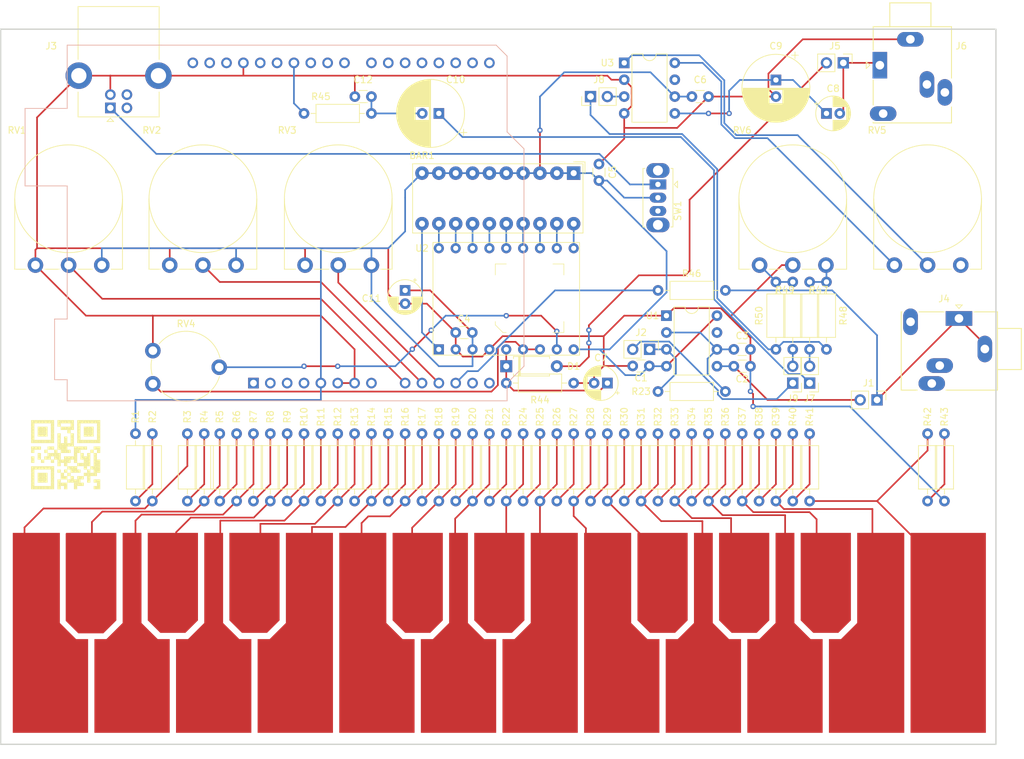
<source format=kicad_pcb>
(kicad_pcb (version 20211014) (generator pcbnew)
  (title_block (title "Stylofoon PCB") (date "2022-03-12") (rev "1") (company "Loek Le Blansch"))
  (layers (0 "F.Cu" signal) (31 "B.Cu" signal) (34 "B.Paste" user) (35 "F.Paste" user) (36 "B.SilkS" user "B.Silkscreen") (37 "F.SilkS" user "F.Silkscreen") (38 "B.Mask" user) (39 "F.Mask" user) (44 "Edge.Cuts" user))
  (net 0 "")
  (net 5 "VCC")
  (net 6 "GND")
  (net 8 "POT_ATK")
  (net 9 "POT_REL")
  (net 10 "POT_WAV")
  (net 11 "Net-(A1-Pad12)")
  (net 13 "D_SYNTH")
  (net 31 "Net-(C2-Pad1)")
  (net 32 "Net-(BAR1-Pad11)")
  (net 33 "Net-(BAR1-Pad12)")
  (net 34 "Net-(BAR1-Pad13)")
  (net 35 "Net-(BAR1-Pad14)")
  (net 36 "Net-(BAR1-Pad15)")
  (net 37 "Net-(BAR1-Pad16)")
  (net 38 "Net-(BAR1-Pad17)")
  (net 39 "Net-(BAR1-Pad18)")
  (net 40 "Net-(BAR1-Pad19)")
  (net 41 "Net-(BAR1-Pad20)")
  (net 42 "Net-(C3-Pad1)")
  (net 43 "A_SYNTH")
  (net 44 "KB_IN")
  (net 46 "AUDIO_OUT")
  (net 47 "Net-(A1-Pad26)")
  (net 48 "Net-(RV5-Pad2)")
  (net 49 "Net-(C8-Pad1)")
  (net 50 "Net-(R1-Pad2)")
  (net 51 "PAD_F3")
  (net 52 "PAD_F#3")
  (net 53 "Net-(R7-Pad2)")
  (net 54 "Net-(R10-Pad1)")
  (net 55 "PAD_G3")
  (net 56 "Net-(R13-Pad2)")
  (net 57 "PAD_G#3")
  (net 58 "Net-(R19-Pad2)")
  (net 59 "PAD_A3")
  (net 60 "Net-(R28-Pad2)")
  (net 61 "PAD_A#3")
  (net 62 "Net-(R32-Pad2)")
  (net 63 "Net-(C10-Pad2)")
  (net 64 "PAD_B3")
  (net 65 "Net-(R38-Pad2)")
  (net 66 "PAD_C4")
  (net 67 "PRE_AMP")
  (net 68 "Net-(J2-Pad1)")
  (net 69 "Net-(J3-Pad1)")
  (net 70 "PAD_C#4")
  (net 71 "Net-(R3-Pad2)")
  (net 72 "Net-(R5-Pad2)")
  (net 73 "PAD_D4")
  (net 74 "PAD_D#4")
  (net 75 "Net-(R11-Pad2)")
  (net 76 "PAD_E4")
  (net 77 "PAD_F4")
  (net 78 "Net-(R15-Pad2)")
  (net 79 "Net-(R17-Pad2)")
  (net 80 "PAD_F#4")
  (net 81 "PAD_G4")
  (net 82 "Net-(R21-Pad2)")
  (net 83 "Net-(R24-Pad2)")
  (net 84 "Net-(R26-Pad2)")
  (net 85 "PAD_G#4")
  (net 86 "PAD_A4")
  (net 87 "Net-(R30-Pad2)")
  (net 88 "PAD_A#4")
  (net 89 "Net-(R34-Pad2)")
  (net 90 "Net-(R36-Pad2)")
  (net 91 "PAD_B4")
  (net 92 "PAD_C5")
  (net 93 "Net-(R40-Pad2)")
  (net 94 "Net-(R42-Pad2)")
  (net 97 "Net-(C7-Pad1)")
  (net 99 "Net-(C8-Pad2)")
  (net 100 "Net-(J7-Pad2)")
  (net 101 "Net-(J8-Pad1)")
  (net 102 "Net-(J9-Pad2)")
  (net 103 "Net-(R47-Pad2)")
  (net 104 "Net-(R49-Pad2)")
  (net 105 "Net-(RV4-Pad2)")
  (net 106 "Net-(RV4-Pad1)")
  (net 107 "Net-(RV5-Pad3)")
  (footprint "Resistor_THT:R_Axial_DIN0207_L6.3mm_D2.5mm_P10.16mm_Horizontal" (layer "F.Cu") (at 144.78 58.42 -90)
    (fp_text reference "R48")
    (fp_text value "50k")
  )
  (footprint "Resistor_THT:R_Axial_DIN0207_L6.3mm_D2.5mm_P10.16mm_Horizontal" (layer "F.Cu") (at 106.68 81.28 -90)
    (fp_text reference "R27")
    (fp_text value "75")
  )
  (footprint "Resistor_THT:R_Axial_DIN0207_L6.3mm_D2.5mm_P10.16mm_Horizontal" (layer "F.Cu") (at 71.12 81.28 -90)
    (fp_text reference "R12")
    (fp_text value "0")
  )
  (footprint "Resistor_THT:R_Axial_DIN0207_L6.3mm_D2.5mm_P10.16mm_Horizontal" (layer "F.Cu") (at 160.02 81.28 -90)
    (fp_text reference "R42")
    (fp_text value "12k")
  )
  (footprint "Resistor_THT:R_Axial_DIN0207_L6.3mm_D2.5mm_P10.16mm_Horizontal" (layer "F.Cu") (at 142.24 68.58 90)
    (fp_text reference "R47")
    (fp_text value "10k")
  )
  (footprint "Resistor_THT:R_Axial_DIN0207_L6.3mm_D2.5mm_P10.16mm_Horizontal" (layer "F.Cu") (at 137.16 58.42 -90)
    (fp_text reference "R50")
    (fp_text value "50k")
  )
  (footprint "Resistor_THT:R_Axial_DIN0207_L6.3mm_D2.5mm_P10.16mm_Horizontal" (layer "F.Cu") (at 121.92 81.28 -90)
    (fp_text reference "R33")
    (fp_text value "120")
  )
  (footprint "Resistor_THT:R_Axial_DIN0207_L6.3mm_D2.5mm_P10.16mm_Horizontal" (layer "F.Cu") (at 129.54 81.28 -90)
    (fp_text reference "R36")
    (fp_text value "2.2k")
  )
  (footprint "Resistor_THT:R_Axial_DIN0207_L6.3mm_D2.5mm_P10.16mm_Horizontal" (layer "F.Cu") (at 93.98 81.28 -90)
    (fp_text reference "R21")
    (fp_text value "1.3k")
  )
  (footprint "Resistor_THT:R_Axial_DIN0207_L6.3mm_D2.5mm_P10.16mm_Horizontal" (layer "F.Cu") (at 53.34 81.28 -90)
    (fp_text reference "R5")
    (fp_text value "1.1k")
  )
  (footprint "Resistor_THT:R_Axial_DIN0207_L6.3mm_D2.5mm_P10.16mm_Horizontal" (layer "F.Cu") (at 73.66 81.28 -90)
    (fp_text reference "R13")
    (fp_text value "680")
  )
  (footprint "Resistor_THT:R_Axial_DIN0207_L6.3mm_D2.5mm_P10.16mm_Horizontal" (layer "F.Cu") (at 68.58 81.28 -90)
    (fp_text reference "R11")
    (fp_text value "1k")
  )
  (footprint "Resistor_THT:R_Axial_DIN0207_L6.3mm_D2.5mm_P10.16mm_Horizontal" (layer "F.Cu") (at 96.52 81.28 -90)
    (fp_text reference "R22")
    (fp_text value "110")
  )
  (footprint "Resistor_THT:R_Axial_DIN0207_L6.3mm_D2.5mm_P10.16mm_Horizontal" (layer "F.Cu") (at 134.62 81.28 -90)
    (fp_text reference "R38")
    (fp_text value "2.2k")
  )
  (footprint "Display:HDSP-4832" (layer "F.Cu") (at 106.68 42.0175 -90)
    (fp_text reference "BAR1")
    (fp_text value "HDSP-4832")
  )
  (footprint "Resistor_THT:R_Axial_DIN0207_L6.3mm_D2.5mm_P10.16mm_Horizontal" (layer "F.Cu") (at 142.24 81.28 -90)
    (fp_text reference "R41")
    (fp_text value "160")
  )
  (footprint "Resistor_THT:R_Axial_DIN0207_L6.3mm_D2.5mm_P10.16mm_Horizontal" (layer "F.Cu") (at 119.39 59.69)
    (fp_text reference "R46")
    (fp_text value "100k")
  )
  (footprint "Capacitor_THT:CP_Radial_D10.0mm_P2.50mm" (layer "F.Cu") (at 86.36 33.02 180)
    (fp_text reference "C10")
    (fp_text value "10u")
  )
  (footprint "Connector_PinHeader_2.54mm:PinHeader_1x02_P2.54mm_Vertical" (layer "F.Cu") (at 118.12 68.58 -90)
    (fp_text reference "J2")
    (fp_text value "PJ_AAO")
  )
  (footprint "Connector_USB:USB_B_Lumberg_2411_02_Horizontal" (layer "F.Cu") (at 36.85 32.1875 90)
    (fp_text reference "J3")
    (fp_text value "USB_B")
  )
  (footprint "Resistor_THT:R_Axial_DIN0207_L6.3mm_D2.5mm_P10.16mm_Horizontal" (layer "F.Cu") (at 55.88 81.28 -90)
    (fp_text reference "R6")
    (fp_text value "20")
  )
  (footprint "keyboard:potm" (layer "F.Cu") (at 165.02 55.88 90)
    (fp_text reference "RV5")
    (fp_text value "10k")
  )
  (footprint "Package_DIP:DIP-8_W7.62mm" (layer "F.Cu") (at 114.3 25.4)
    (fp_text reference "U3")
    (fp_text value "LM386")
  )
  (footprint "Capacitor_THT:CP_Radial_D5.0mm_P2.00mm" (layer "F.Cu") (at 111.76 73.66 180)
    (fp_text reference "C7")
    (fp_text value "1u")
  )
  (footprint "Connector_Audio:Jack_3.5mm_Ledino_KB3SPRS_Horizontal" (layer "F.Cu") (at 152.8225 25.75 -90)
    (fp_text reference "J6")
    (fp_text value "AUDIO")
  )
  (footprint "Resistor_THT:R_Axial_DIN0207_L6.3mm_D2.5mm_P10.16mm_Horizontal" (layer "F.Cu") (at 83.82 81.28 -90)
    (fp_text reference "R17")
    (fp_text value "1.1k")
  )
  (footprint "Resistor_THT:R_Axial_DIN0207_L6.3mm_D2.5mm_P10.16mm_Horizontal" (layer "F.Cu") (at 58.42 81.28 -90)
    (fp_text reference "R7")
    (fp_text value "560")
  )
  (footprint "Resistor_THT:R_Axial_DIN0207_L6.3mm_D2.5mm_P10.16mm_Horizontal" (layer "F.Cu") (at 48.46 81.28 -90)
    (fp_text reference "R3")
    (fp_text value "560")
  )
  (footprint "Resistor_THT:R_Axial_DIN0207_L6.3mm_D2.5mm_P10.16mm_Horizontal" (layer "F.Cu") (at 91.44 81.28 -90)
    (fp_text reference "R20")
    (fp_text value "0")
  )
  (footprint "Resistor_THT:R_Axial_DIN0207_L6.3mm_D2.5mm_P10.16mm_Horizontal" (layer "F.Cu") (at 81.28 81.28 -90)
    (fp_text reference "R16")
    (fp_text value "30")
  )
  (footprint "Diode_THT:D_A-405_P7.62mm_Horizontal" (layer "F.Cu") (at 96.52 71.12)
    (fp_text reference "D1")
    (fp_text value "D")
  )
  (footprint "Capacitor_THT:C_Disc_D3.0mm_W1.6mm_P2.50mm" (layer "F.Cu") (at 88.9 66.04)
    (fp_text reference "C4")
    (fp_text value "100n")
  )
  (footprint "Resistor_THT:R_Axial_DIN0207_L6.3mm_D2.5mm_P10.16mm_Horizontal" (layer "F.Cu") (at 66.04 81.28 -90)
    (fp_text reference "R10")
    (fp_text value "39")
  )
  (footprint "keyboard:potm" (layer "F.Cu") (at 76.2 55.88 90)
    (fp_text reference "RV3")
    (fp_text value "10k")
  )
  (footprint "Capacitor_THT:C_Disc_D3.0mm_W1.6mm_P2.50mm" (layer "F.Cu") (at 115.58 71.08)
    (fp_text reference "C1")
    (fp_text value "100n")
  )
  (footprint "Resistor_THT:R_Axial_DIN0207_L6.3mm_D2.5mm_P10.16mm_Horizontal" (layer "F.Cu") (at 78.74 81.28 -90)
    (fp_text reference "R15")
    (fp_text value "1k")
  )
  (footprint "Resistor_THT:R_Axial_DIN0207_L6.3mm_D2.5mm_P10.16mm_Horizontal" (layer "F.Cu") (at 60.96 81.28 -90)
    (fp_text reference "R8")
    (fp_text value "39")
  )
  (footprint "Resistor_THT:R_Axial_DIN0207_L6.3mm_D2.5mm_P10.16mm_Horizontal" (layer "F.Cu") (at 63.5 81.28 -90)
    (fp_text reference "R9")
    (fp_text value "750")
  )
  (footprint "Capacitor_THT:C_Disc_D3.0mm_W1.6mm_P2.50mm" (layer "F.Cu") (at 130.82 68.58)
    (fp_text reference "C3")
    (fp_text value "10n")
  )
  (footprint "Resistor_THT:R_Axial_DIN0207_L6.3mm_D2.5mm_P10.16mm_Horizontal" (layer "F.Cu") (at 162.56 81.28 -90)
    (fp_text reference "R43")
    (fp_text value "240")
  )
  (footprint "keyboard:potm" (layer "F.Cu") (at 144.7 55.88 90)
    (fp_text reference "RV6")
    (fp_text value "50k")
  )
  (footprint "Connector_PinHeader_2.54mm:PinHeader_1x02_P2.54mm_Vertical" (layer "F.Cu") (at 142.24 73.66 180)
    (fp_text reference "J7")
    (fp_text value "PJ_DAI")
  )
  (footprint "Capacitor_THT:C_Disc_D3.0mm_W1.6mm_P2.50mm" (layer "F.Cu") (at 110.49 40.64 -90)
    (fp_text reference "C5")
    (fp_text value "100n")
  )
  (footprint "Button_Switch_THT:SW_Slide_1P2T_CK_OS102011MS2Q" (layer "F.Cu") (at 119.38 43.72 -90)
    (fp_text reference "SW1")
    (fp_text value "SW_POWER")
  )
  (footprint "Resistor_THT:R_Axial_DIN0207_L6.3mm_D2.5mm_P10.16mm_Horizontal" (layer "F.Cu") (at 101.6 81.28 -90)
    (fp_text reference "R25")
    (fp_text value "68")
  )
  (footprint "Capacitor_THT:CP_Radial_D10.0mm_P2.50mm" (layer "F.Cu") (at 137.16 27.98 -90)
    (fp_text reference "C9")
    (fp_text value "100u")
  )
  (footprint "keyboard:potm" (layer "F.Cu") (at 35.56 55.88 90)
    (fp_text reference "RV1")
    (fp_text value "10k")
  )
  (footprint "keyboard:potm" (layer "F.Cu") (at 55.8 55.88 90)
    (fp_text reference "RV2")
    (fp_text value "10k")
  )
  (footprint "Resistor_THT:R_Axial_DIN0207_L6.3mm_D2.5mm_P10.16mm_Horizontal" (layer "F.Cu") (at 43.18 81.28 -90)
    (fp_text reference "R2")
    (fp_text value "0")
  )
  (footprint "Capacitor_THT:C_Disc_D3.0mm_W1.6mm_P2.50mm" (layer "F.Cu") (at 127 30.48 180)
    (fp_text reference "C6")
    (fp_text value "100n")
  )
  (footprint "Resistor_THT:R_Axial_DIN0207_L6.3mm_D2.5mm_P10.16mm_Horizontal" (layer "F.Cu") (at 86.36 81.28 -90)
    (fp_text reference "R18")
    (fp_text value "10")
  )
  (footprint "Capacitor_THT:C_Disc_D3.0mm_W1.6mm_P2.50mm" (layer "F.Cu") (at 76.2 30.48 180)
    (fp_text reference "C12")
    (fp_text value "10n")
  )
  (footprint "Connector_Audio:Jack_3.5mm_Ledino_KB3SPRS_Horizontal" (layer "F.Cu") (at 164.75 63.9225 180)
    (fp_text reference "J4")
    (fp_text value "STYLUS")
  )
  (footprint "Resistor_THT:R_Axial_DIN0207_L6.3mm_D2.5mm_P10.16mm_Horizontal" (layer "F.Cu") (at 111.76 81.28 -90)
    (fp_text reference "R29")
    (fp_text value "180")
  )
  (footprint "Resistor_THT:R_Axial_DIN0207_L6.3mm_D2.5mm_P10.16mm_Horizontal" (layer "F.Cu") (at 104.14 81.28 -90)
    (fp_text reference "R26")
    (fp_text value "1.5k")
  )
  (footprint "Resistor_THT:R_Axial_DIN0207_L6.3mm_D2.5mm_P10.16mm_Horizontal" (layer "F.Cu") (at 124.46 81.28 -90)
    (fp_text reference "R34")
    (fp_text value "2.0k")
  )
  (footprint "Resistor_THT:R_Axial_DIN0207_L6.3mm_D2.5mm_P10.16mm_Horizontal" (layer "F.Cu") (at 40.64 81.28 -90)
    (fp_text reference "R1")
    (fp_text value "10k")
  )
  (footprint "Connector_PinHeader_2.54mm:PinHeader_1x02_P2.54mm_Vertical" (layer "F.Cu") (at 109.22 30.48 90)
    (fp_text reference "J8")
    (fp_text value "PJ_MAO")
  )
  (footprint "Capacitor_THT:CP_Radial_D5.0mm_P2.00mm" (layer "F.Cu") (at 144.78 33.02)
    (fp_text reference "C8")
    (fp_text value "1u")
  )
  (footprint "Resistor_THT:R_Axial_DIN0207_L6.3mm_D2.5mm_P10.16mm_Horizontal" (layer "F.Cu") (at 76.2 81.28 -90)
    (fp_text reference "R14")
    (fp_text value "47")
  )
  (footprint "Resistor_THT:R_Axial_DIN0207_L6.3mm_D2.5mm_P10.16mm_Horizontal" (layer "F.Cu") (at 99.06 81.28 -90)
    (fp_text reference "R24")
    (fp_text value "1.3k")
  )
  (footprint "Resistor_THT:R_Axial_DIN0207_L6.3mm_D2.5mm_P10.16mm_Horizontal" (layer "F.Cu") (at 139.7 68.58 90)
    (fp_text reference "R49")
    (fp_text value "10k")
  )
  (footprint "keyboard:keyboard" (layer "F.Cu") (at 92.493447 109.146744)
    (fp_text reference "KB1" hide)
    (fp_text value "keyboard")
  )
  (footprint "Resistor_THT:R_Axial_DIN0207_L6.3mm_D2.5mm_P10.16mm_Horizontal" (layer "F.Cu") (at 109.22 81.28 -90)
    (fp_text reference "R28")
    (fp_text value "1.6k")
  )
  (footprint "Resistor_THT:R_Axial_DIN0207_L6.3mm_D2.5mm_P10.16mm_Horizontal" (layer "F.Cu") (at 119.38 81.28 -90)
    (fp_text reference "R32")
    (fp_text value "1.8k")
  )
  (footprint "Resistor_THT:R_Axial_DIN0207_L6.3mm_D2.5mm_P10.16mm_Horizontal" (layer "F.Cu") (at 137.16 81.28 -90)
    (fp_text reference "R39")
    (fp_text value "30")
  )
  (footprint "Connector_PinHeader_2.54mm:PinHeader_1x02_P2.54mm_Vertical" (layer "F.Cu") (at 152.4 76.2 -90)
    (fp_text reference "J1")
    (fp_text value "PJ_AKI")
  )
  (footprint "Potentiometer_THT:Potentiometer_Piher_PT-10-V10_Vertical" (layer "F.Cu") (at 43.26 73.77)
    (fp_text reference "RV4")
    (fp_text value "4k7")
  )
  (footprint "Connector_PinHeader_2.54mm:PinHeader_1x02_P2.54mm_Vertical" (layer "F.Cu") (at 147.32 25.4 -90)
    (fp_text reference "J5")
    (fp_text value "PJ_PAO")
  )
  (footprint "Capacitor_THT:C_Disc_D3.0mm_W1.6mm_P2.50mm" (layer "F.Cu") (at 130.82 71.12)
    (fp_text reference "C2")
    (fp_text value "100n")
  )
  (footprint "Resistor_THT:R_Axial_DIN0207_L6.3mm_D2.5mm_P10.16mm_Horizontal" (layer "F.Cu") (at 127 81.28 -90)
    (fp_text reference "R35")
    (fp_text value "160")
  )
  (footprint "Resistor_THT:R_Axial_DIN0207_L6.3mm_D2.5mm_P10.16mm_Horizontal" (layer "F.Cu") (at 116.84 81.28 -90)
    (fp_text reference "R31")
    (fp_text value "0")
  )
  (footprint "Resistor_THT:R_Axial_DIN0207_L6.3mm_D2.5mm_P10.16mm_Horizontal" (layer "F.Cu") (at 119.39 74.93)
    (fp_text reference "R23")
    (fp_text value "220k")
  )
  (footprint "Resistor_THT:R_Axial_DIN0207_L6.3mm_D2.5mm_P10.16mm_Horizontal" (layer "F.Cu") (at 132.08 81.28 -90)
    (fp_text reference "R37")
    (fp_text value "39")
  )
  (footprint "Resistor_THT:R_Axial_DIN0207_L6.3mm_D2.5mm_P10.16mm_Horizontal" (layer "F.Cu") (at 51 81.28 -90)
    (fp_text reference "R4")
    (fp_text value "10")
  )
  (footprint "Resistor_THT:R_Axial_DIN0207_L6.3mm_D2.5mm_P10.16mm_Horizontal" (layer "F.Cu") (at 96.52 73.66)
    (fp_text reference "R44")
    (fp_text value "100k")
  )
  (footprint "Package_DIP:DIP-8_W7.62mm" (layer "F.Cu") (at 120.66 63.5)
    (fp_text reference "U1")
    (fp_text value "NE555P")
  )
  (footprint "Resistor_THT:R_Axial_DIN0207_L6.3mm_D2.5mm_P10.16mm_Horizontal" (layer "F.Cu") (at 76.2 33.02 180)
    (fp_text reference "R45")
    (fp_text value "1k")
  )
  (footprint "Capacitor_THT:CP_Radial_D5.0mm_P2.00mm" (layer "F.Cu") (at 81.28 59.69 -90)
    (fp_text reference "C11")
    (fp_text value "2.2u")
  )
  (footprint "keyboard:avans-lm3914v" (layer "F.Cu") (at 96.52 60.96 90)
    (fp_text reference "U2")
    (fp_text value "LM3914V")
  )
  (footprint "Resistor_THT:R_Axial_DIN0207_L6.3mm_D2.5mm_P10.16mm_Horizontal" (layer "F.Cu") (at 88.9 81.28 -90)
    (fp_text reference "R19")
    (fp_text value "1.3k")
  )
  (footprint "Resistor_THT:R_Axial_DIN0207_L6.3mm_D2.5mm_P10.16mm_Horizontal" (layer "F.Cu") (at 139.7 81.28 -90)
    (fp_text reference "R40")
    (fp_text value "2.7k")
  )
  (footprint "Connector_PinHeader_2.54mm:PinHeader_1x02_P2.54mm_Vertical" (layer "F.Cu") (at 139.7 73.66 180)
    (fp_text reference "J9")
    (fp_text value "PJ_AAI")
  )
  (footprint "Resistor_THT:R_Axial_DIN0207_L6.3mm_D2.5mm_P10.16mm_Horizontal" (layer "F.Cu") (at 114.3 81.28 -90)
    (fp_text reference "R30")
    (fp_text value "1.8k")
  )
  (footprint "Module:Arduino_UNO_R3" (layer "B.Cu") (at 58.42 73.66)
    (fp_text reference "A1" hide)
    (fp_text value "Arduino_UNO_R3")
  )
  (gr_poly (pts (xy 32.351187 87.677253) (xy 32.847701 87.677253) (xy 32.847701 88.173767) (xy 32.351187 88.173767) (xy 32.351187 87.677253)) (layer "F.SilkS") (width 0) (fill solid))
  (gr_poly (pts (xy 27.882563 89.166794) (xy 28.379077 89.166794) (xy 28.379077 89.663308) (xy 27.882563 89.663308) (xy 27.882563 89.166794)) (layer "F.SilkS") (width 0) (fill solid))
  (gr_poly (pts (xy 30.365131 83.705144) (xy 30.861646 83.705144) (xy 30.861646 84.201658) (xy 30.365131 84.201658) (xy 30.365131 83.705144)) (layer "F.SilkS") (width 0) (fill solid))
  (gr_poly (pts (xy 31.854673 81.222576) (xy 32.351187 81.222576) (xy 32.351187 81.719089) (xy 31.854673 81.719089) (xy 31.854673 81.222576)) (layer "F.SilkS") (width 0) (fill solid))
  (gr_poly (pts (xy 25.896508 80.726062) (xy 26.393022 80.726062) (xy 26.393022 81.222576) (xy 25.896508 81.222576) (xy 25.896508 80.726062)) (layer "F.SilkS") (width 0) (fill solid))
  (gr_poly (pts (xy 33.840728 81.222576) (xy 34.337241 81.222576) (xy 34.337241 81.719089) (xy 33.840728 81.719089) (xy 33.840728 81.222576)) (layer "F.SilkS") (width 0) (fill solid))
  (gr_poly (pts (xy 33.344214 85.194685) (xy 33.840728 85.194685) (xy 33.840728 85.691199) (xy 33.344214 85.691199) (xy 33.344214 85.194685)) (layer "F.SilkS") (width 0) (fill solid))
  (gr_poly (pts (xy 28.379077 83.705144) (xy 28.875591 83.705144) (xy 28.875591 84.201658) (xy 28.379077 84.201658) (xy 28.379077 83.705144)) (layer "F.SilkS") (width 0) (fill solid))
  (gr_poly (pts (xy 32.847701 80.229548) (xy 33.344214 80.229548) (xy 33.344214 80.726062) (xy 32.847701 80.726062) (xy 32.847701 80.229548)) (layer "F.SilkS") (width 0) (fill solid))
  (gr_poly (pts (xy 34.337241 86.187712) (xy 34.833755 86.187712) (xy 34.833755 86.684226) (xy 34.337241 86.684226) (xy 34.337241 86.187712)) (layer "F.SilkS") (width 0) (fill solid))
  (gr_poly (pts (xy 30.861646 80.229548) (xy 31.358159 80.229548) (xy 31.358159 80.726062) (xy 30.861646 80.726062) (xy 30.861646 80.229548)) (layer "F.SilkS") (width 0) (fill solid))
  (gr_poly (pts (xy 31.854673 80.229548) (xy 32.351187 80.229548) (xy 32.351187 80.726062) (xy 31.854673 80.726062) (xy 31.854673 80.229548)) (layer "F.SilkS") (width 0) (fill solid))
  (gr_poly (pts (xy 34.833755 79.733035) (xy 35.330269 79.733035) (xy 35.330269 80.229548) (xy 34.833755 80.229548) (xy 34.833755 79.733035)) (layer "F.SilkS") (width 0) (fill solid))
  (gr_poly (pts (xy 34.337241 87.18074) (xy 34.833755 87.18074) (xy 34.833755 87.677253) (xy 34.337241 87.677253) (xy 34.337241 87.18074)) (layer "F.SilkS") (width 0) (fill solid))
  (gr_poly (pts (xy 25.399995 83.20863) (xy 25.896508 83.20863) (xy 25.896508 83.705144) (xy 25.399995 83.705144) (xy 25.399995 83.20863)) (layer "F.SilkS") (width 0) (fill solid))
  (gr_poly (pts (xy 33.344214 86.684226) (xy 33.840728 86.684226) (xy 33.840728 87.18074) (xy 33.344214 87.18074) (xy 33.344214 86.684226)) (layer "F.SilkS") (width 0) (fill solid))
  (gr_poly (pts (xy 31.358159 85.194685) (xy 31.854673 85.194685) (xy 31.854673 85.691199) (xy 31.358159 85.691199) (xy 31.358159 85.194685)) (layer "F.SilkS") (width 0) (fill solid))
  (gr_poly (pts (xy 34.833755 83.20863) (xy 35.330269 83.20863) (xy 35.330269 83.705144) (xy 34.833755 83.705144) (xy 34.833755 83.20863)) (layer "F.SilkS") (width 0) (fill solid))
  (gr_poly (pts (xy 33.344214 87.677253) (xy 33.840728 87.677253) (xy 33.840728 88.173767) (xy 33.344214 88.173767) (xy 33.344214 87.677253)) (layer "F.SilkS") (width 0) (fill solid))
  (gr_poly (pts (xy 30.365131 82.712116) (xy 30.861646 82.712116) (xy 30.861646 83.20863) (xy 30.365131 83.20863) (xy 30.365131 82.712116)) (layer "F.SilkS") (width 0) (fill solid))
  (gr_poly (pts (xy 31.358159 84.698171) (xy 31.854673 84.698171) (xy 31.854673 85.194685) (xy 31.358159 85.194685) (xy 31.358159 84.698171)) (layer "F.SilkS") (width 0) (fill solid))
  (gr_poly (pts (xy 34.833755 89.166794) (xy 35.330269 89.166794) (xy 35.330269 89.663308) (xy 34.833755 89.663308) (xy 34.833755 89.166794)) (layer "F.SilkS") (width 0) (fill solid))
  (gr_poly (pts (xy 29.868618 82.215603) (xy 30.365131 82.215603) (xy 30.365131 82.712116) (xy 29.868618 82.712116) (xy 29.868618 82.215603)) (layer "F.SilkS") (width 0) (fill solid))
  (gr_poly (pts (xy 26.889536 87.677253) (xy 27.38605 87.677253) (xy 27.38605 88.173767) (xy 26.889536 88.173767) (xy 26.889536 87.677253)) (layer "F.SilkS") (width 0) (fill solid))
  (gr_poly (pts (xy 26.889536 82.215603) (xy 27.38605 82.215603) (xy 27.38605 82.712116) (xy 26.889536 82.712116) (xy 26.889536 82.215603)) (layer "F.SilkS") (width 0) (fill solid))
  (gr_poly (pts (xy 28.875591 81.222576) (xy 29.372105 81.222576) (xy 29.372105 81.719089) (xy 28.875591 81.719089) (xy 28.875591 81.222576)) (layer "F.SilkS") (width 0) (fill solid))
  (gr_poly (pts (xy 30.365131 80.229548) (xy 30.861646 80.229548) (xy 30.861646 80.726062) (xy 30.365131 80.726062) (xy 30.365131 80.229548)) (layer "F.SilkS") (width 0) (fill solid))
  (gr_poly (pts (xy 31.854673 88.67028) (xy 32.351187 88.67028) (xy 32.351187 89.166794) (xy 31.854673 89.166794) (xy 31.854673 88.67028)) (layer "F.SilkS") (width 0) (fill solid))
  (gr_poly (pts (xy 26.393022 87.18074) (xy 26.889536 87.18074) (xy 26.889536 87.677253) (xy 26.393022 87.677253) (xy 26.393022 87.18074)) (layer "F.SilkS") (width 0) (fill solid))
  (gr_poly (pts (xy 27.882563 87.18074) (xy 28.379077 87.18074) (xy 28.379077 87.677253) (xy 27.882563 87.677253) (xy 27.882563 87.18074)) (layer "F.SilkS") (width 0) (fill solid))
  (gr_poly (pts (xy 27.38605 86.187712) (xy 27.882563 86.187712) (xy 27.882563 86.684226) (xy 27.38605 86.684226) (xy 27.38605 86.187712)) (layer "F.SilkS") (width 0) (fill solid))
  (gr_poly (pts (xy 33.344214 88.173767) (xy 33.840728 88.173767) (xy 33.840728 88.67028) (xy 33.344214 88.67028) (xy 33.344214 88.173767)) (layer "F.SilkS") (width 0) (fill solid))
  (gr_poly (pts (xy 26.393022 82.215603) (xy 26.889536 82.215603) (xy 26.889536 82.712116) (xy 26.393022 82.712116) (xy 26.393022 82.215603)) (layer "F.SilkS") (width 0) (fill solid))
  (gr_poly (pts (xy 31.854673 83.20863) (xy 32.351187 83.20863) (xy 32.351187 83.705144) (xy 31.854673 83.705144) (xy 31.854673 83.20863)) (layer "F.SilkS") (width 0) (fill solid))
  (gr_poly (pts (xy 33.840728 80.726062) (xy 34.337241 80.726062) (xy 34.337241 81.222576) (xy 33.840728 81.222576) (xy 33.840728 80.726062)) (layer "F.SilkS") (width 0) (fill solid))
  (gr_poly (pts (xy 24.903481 88.67028) (xy 25.399995 88.67028) (xy 25.399995 89.166794) (xy 24.903481 89.166794) (xy 24.903481 88.67028)) (layer "F.SilkS") (width 0) (fill solid))
  (gr_poly (pts (xy 33.344214 84.698171) (xy 33.840728 84.698171) (xy 33.840728 85.194685) (xy 33.344214 85.194685) (xy 33.344214 84.698171)) (layer "F.SilkS") (width 0) (fill solid))
  (gr_poly (pts (xy 34.337241 86.684226) (xy 34.833755 86.684226) (xy 34.833755 87.18074) (xy 34.337241 87.18074) (xy 34.337241 86.684226)) (layer "F.SilkS") (width 0) (fill solid))
  (gr_poly (pts (xy 31.358159 86.684226) (xy 31.854673 86.684226) (xy 31.854673 87.18074) (xy 31.358159 87.18074) (xy 31.358159 86.684226)) (layer "F.SilkS") (width 0) (fill solid))
  (gr_poly (pts (xy 28.379077 84.201658) (xy 28.875591 84.201658) (xy 28.875591 84.698171) (xy 28.379077 84.698171) (xy 28.379077 84.201658)) (layer "F.SilkS") (width 0) (fill solid))
  (gr_poly (pts (xy 29.868618 81.719089) (xy 30.365131 81.719089) (xy 30.365131 82.215603) (xy 29.868618 82.215603) (xy 29.868618 81.719089)) (layer "F.SilkS") (width 0) (fill solid))
  (gr_poly (pts (xy 30.365131 88.173767) (xy 30.861646 88.173767) (xy 30.861646 88.67028) (xy 30.365131 88.67028) (xy 30.365131 88.173767)) (layer "F.SilkS") (width 0) (fill solid))
  (gr_poly (pts (xy 34.833755 81.222576) (xy 35.330269 81.222576) (xy 35.330269 81.719089) (xy 34.833755 81.719089) (xy 34.833755 81.222576)) (layer "F.SilkS") (width 0) (fill solid))
  (gr_poly (pts (xy 25.399995 86.187712) (xy 25.896508 86.187712) (xy 25.896508 86.684226) (xy 25.399995 86.684226) (xy 25.399995 86.187712)) (layer "F.SilkS") (width 0) (fill solid))
  (gr_poly (pts (xy 31.358159 86.187712) (xy 31.854673 86.187712) (xy 31.854673 86.684226) (xy 31.358159 86.684226) (xy 31.358159 86.187712)) (layer "F.SilkS") (width 0) (fill solid))
  (gr_poly (pts (xy 26.889536 86.187712) (xy 27.38605 86.187712) (xy 27.38605 86.684226) (xy 26.889536 86.684226) (xy 26.889536 86.187712)) (layer "F.SilkS") (width 0) (fill solid))
  (gr_poly (pts (xy 31.358159 84.201658) (xy 31.854673 84.201658) (xy 31.854673 84.698171) (xy 31.358159 84.698171) (xy 31.358159 84.201658)) (layer "F.SilkS") (width 0) (fill solid))
  (gr_poly (pts (xy 34.833755 88.67028) (xy 35.330269 88.67028) (xy 35.330269 89.166794) (xy 34.833755 89.166794) (xy 34.833755 88.67028)) (layer "F.SilkS") (width 0) (fill solid))
  (gr_poly (pts (xy 33.344214 87.18074) (xy 33.840728 87.18074) (xy 33.840728 87.677253) (xy 33.344214 87.677253) (xy 33.344214 87.18074)) (layer "F.SilkS") (width 0) (fill solid))
  (gr_poly (pts (xy 28.875591 86.684226) (xy 29.372105 86.684226) (xy 29.372105 87.18074) (xy 28.875591 87.18074) (xy 28.875591 86.684226)) (layer "F.SilkS") (width 0) (fill solid))
  (gr_poly (pts (xy 29.372105 85.194685) (xy 29.868618 85.194685) (xy 29.868618 85.691199) (xy 29.372105 85.691199) (xy 29.372105 85.194685)) (layer "F.SilkS") (width 0) (fill solid))
  (gr_poly (pts (xy 29.868618 79.236521) (xy 30.365131 79.236521) (xy 30.365131 79.733035) (xy 29.868618 79.733035) (xy 29.868618 79.236521)) (layer "F.SilkS") (width 0) (fill solid))
  (gr_poly (pts (xy 28.875591 79.236521) (xy 29.372105 79.236521) (xy 29.372105 79.733035) (xy 28.875591 79.733035) (xy 28.875591 79.236521)) (layer "F.SilkS") (width 0) (fill solid))
  (gr_poly (pts (xy 31.358159 83.705144) (xy 31.854673 83.705144) (xy 31.854673 84.201658) (xy 31.358159 84.201658) (xy 31.358159 83.705144)) (layer "F.SilkS") (width 0) (fill solid))
  (gr_poly (pts (xy 26.889536 88.173767) (xy 27.38605 88.173767) (xy 27.38605 88.67028) (xy 26.889536 88.67028) (xy 26.889536 88.173767)) (layer "F.SilkS") (width 0) (fill solid))
  (gr_poly (pts (xy 30.365131 87.18074) (xy 30.861646 87.18074) (xy 30.861646 87.677253) (xy 30.365131 87.677253) (xy 30.365131 87.18074)) (layer "F.SilkS") (width 0) (fill solid))
  (gr_poly (pts (xy 34.833755 86.187712) (xy 35.330269 86.187712) (xy 35.330269 86.684226) (xy 34.833755 86.684226) (xy 34.833755 86.187712)) (layer "F.SilkS") (width 0) (fill solid))
  (gr_poly (pts (xy 34.833755 79.236521) (xy 35.330269 79.236521) (xy 35.330269 79.733035) (xy 34.833755 79.733035) (xy 34.833755 79.236521)) (layer "F.SilkS") (width 0) (fill solid))
  (gr_poly (pts (xy 24.903481 82.215603) (xy 25.399995 82.215603) (xy 25.399995 82.712116) (xy 24.903481 82.712116) (xy 24.903481 82.215603)) (layer "F.SilkS") (width 0) (fill solid))
  (gr_poly (pts (xy 32.351187 84.698171) (xy 32.847701 84.698171) (xy 32.847701 85.194685) (xy 32.351187 85.194685) (xy 32.351187 84.698171)) (layer "F.SilkS") (width 0) (fill solid))
  (gr_poly (pts (xy 26.889536 79.236521) (xy 27.38605 79.236521) (xy 27.38605 79.733035) (xy 26.889536 79.733035) (xy 26.889536 79.236521)) (layer "F.SilkS") (width 0) (fill solid))
  (gr_poly (pts (xy 24.903481 81.719089) (xy 25.399995 81.719089) (xy 25.399995 82.215603) (xy 24.903481 82.215603) (xy 24.903481 81.719089)) (layer "F.SilkS") (width 0) (fill solid))
  (gr_poly (pts (xy 32.351187 85.691199) (xy 32.847701 85.691199) (xy 32.847701 86.187712) (xy 32.351187 86.187712) (xy 32.351187 85.691199)) (layer "F.SilkS") (width 0) (fill solid))
  (gr_poly (pts (xy 27.882563 84.201658) (xy 28.379077 84.201658) (xy 28.379077 84.698171) (xy 27.882563 84.698171) (xy 27.882563 84.201658)) (layer "F.SilkS") (width 0) (fill solid))
  (gr_poly (pts (xy 33.840728 80.229548) (xy 34.337241 80.229548) (xy 34.337241 80.726062) (xy 33.840728 80.726062) (xy 33.840728 80.229548)) (layer "F.SilkS") (width 0) (fill solid))
  (gr_poly (pts (xy 25.896508 89.166794) (xy 26.393022 89.166794) (xy 26.393022 89.663308) (xy 25.896508 89.663308) (xy 25.896508 89.166794)) (layer "F.SilkS") (width 0) (fill solid))
  (gr_poly (pts (xy 24.903481 83.705144) (xy 25.399995 83.705144) (xy 25.399995 84.201658) (xy 24.903481 84.201658) (xy 24.903481 83.705144)) (layer "F.SilkS") (width 0) (fill solid))
  (gr_poly (pts (xy 32.847701 84.698171) (xy 33.344214 84.698171) (xy 33.344214 85.194685) (xy 32.847701 85.194685) (xy 32.847701 84.698171)) (layer "F.SilkS") (width 0) (fill solid))
  (gr_poly (pts (xy 28.379077 84.698171) (xy 28.875591 84.698171) (xy 28.875591 85.194685) (xy 28.379077 85.194685) (xy 28.379077 84.698171)) (layer "F.SilkS") (width 0) (fill solid))
  (gr_poly (pts (xy 25.896508 88.173767) (xy 26.393022 88.173767) (xy 26.393022 88.67028) (xy 25.896508 88.67028) (xy 25.896508 88.173767)) (layer "F.SilkS") (width 0) (fill solid))
  (gr_poly (pts (xy 25.399995 82.215603) (xy 25.896508 82.215603) (xy 25.896508 82.712116) (xy 25.399995 82.712116) (xy 25.399995 82.215603)) (layer "F.SilkS") (width 0) (fill solid))
  (gr_poly (pts (xy 34.337241 89.166794) (xy 34.833755 89.166794) (xy 34.833755 89.663308) (xy 34.337241 89.663308) (xy 34.337241 89.166794)) (layer "F.SilkS") (width 0) (fill solid))
  (gr_poly (pts (xy 31.854673 87.677253) (xy 32.351187 87.677253) (xy 32.351187 88.173767) (xy 31.854673 88.173767) (xy 31.854673 87.677253)) (layer "F.SilkS") (width 0) (fill solid))
  (gr_poly (pts (xy 32.351187 83.20863) (xy 32.847701 83.20863) (xy 32.847701 83.705144) (xy 32.351187 83.705144) (xy 32.351187 83.20863)) (layer "F.SilkS") (width 0) (fill solid))
  (gr_poly (pts (xy 31.854673 86.684226) (xy 32.351187 86.684226) (xy 32.351187 87.18074) (xy 31.854673 87.18074) (xy 31.854673 86.684226)) (layer "F.SilkS") (width 0) (fill solid))
  (gr_poly (pts (xy 31.854673 80.726062) (xy 32.351187 80.726062) (xy 32.351187 81.222576) (xy 31.854673 81.222576) (xy 31.854673 80.726062)) (layer "F.SilkS") (width 0) (fill solid))
  (gr_poly (pts (xy 31.854673 79.236521) (xy 32.351187 79.236521) (xy 32.351187 79.733035) (xy 31.854673 79.733035) (xy 31.854673 79.236521)) (layer "F.SilkS") (width 0) (fill solid))
  (gr_poly (pts (xy 31.358159 89.166794) (xy 31.854673 89.166794) (xy 31.854673 89.663308) (xy 31.358159 89.663308) (xy 31.358159 89.166794)) (layer "F.SilkS") (width 0) (fill solid))
  (gr_poly (pts (xy 31.854673 81.719089) (xy 32.351187 81.719089) (xy 32.351187 82.215603) (xy 31.854673 82.215603) (xy 31.854673 81.719089)) (layer "F.SilkS") (width 0) (fill solid))
  (gr_poly (pts (xy 34.833755 80.726062) (xy 35.330269 80.726062) (xy 35.330269 81.222576) (xy 34.833755 81.222576) (xy 34.833755 80.726062)) (layer "F.SilkS") (width 0) (fill solid))
  (gr_poly (pts (xy 26.889536 87.18074) (xy 27.38605 87.18074) (xy 27.38605 87.677253) (xy 26.889536 87.677253) (xy 26.889536 87.18074)) (layer "F.SilkS") (width 0) (fill solid))
  (gr_poly (pts (xy 28.875591 85.691199) (xy 29.372105 85.691199) (xy 29.372105 86.187712) (xy 28.875591 86.187712) (xy 28.875591 85.691199)) (layer "F.SilkS") (width 0) (fill solid))
  (gr_poly (pts (xy 26.889536 89.166794) (xy 27.38605 89.166794) (xy 27.38605 89.663308) (xy 26.889536 89.663308) (xy 26.889536 89.166794)) (layer "F.SilkS") (width 0) (fill solid))
  (gr_poly (pts (xy 28.875591 88.173767) (xy 29.372105 88.173767) (xy 29.372105 88.67028) (xy 28.875591 88.67028) (xy 28.875591 88.173767)) (layer "F.SilkS") (width 0) (fill solid))
  (gr_poly (pts (xy 27.882563 86.187712) (xy 28.379077 86.187712) (xy 28.379077 86.684226) (xy 27.882563 86.684226) (xy 27.882563 86.187712)) (layer "F.SilkS") (width 0) (fill solid))
  (gr_poly (pts (xy 25.896508 86.187712) (xy 26.393022 86.187712) (xy 26.393022 86.684226) (xy 25.896508 86.684226) (xy 25.896508 86.187712)) (layer "F.SilkS") (width 0) (fill solid))
  (gr_poly (pts (xy 24.903481 87.677253) (xy 25.399995 87.677253) (xy 25.399995 88.173767) (xy 24.903481 88.173767) (xy 24.903481 87.677253)) (layer "F.SilkS") (width 0) (fill solid))
  (gr_poly (pts (xy 27.882563 81.719089) (xy 28.379077 81.719089) (xy 28.379077 82.215603) (xy 27.882563 82.215603) (xy 27.882563 81.719089)) (layer "F.SilkS") (width 0) (fill solid))
  (gr_poly (pts (xy 34.833755 85.194685) (xy 35.330269 85.194685) (xy 35.330269 85.691199) (xy 34.833755 85.691199) (xy 34.833755 85.194685)) (layer "F.SilkS") (width 0) (fill solid))
  (gr_poly (pts (xy 28.875591 81.719089) (xy 29.372105 81.719089) (xy 29.372105 82.215603) (xy 28.875591 82.215603) (xy 28.875591 81.719089)) (layer "F.SilkS") (width 0) (fill solid))
  (gr_poly (pts (xy 30.365131 84.698171) (xy 30.861646 84.698171) (xy 30.861646 85.194685) (xy 30.365131 85.194685) (xy 30.365131 84.698171)) (layer "F.SilkS") (width 0) (fill solid))
  (gr_poly (pts (xy 28.875591 83.20863) (xy 29.372105 83.20863) (xy 29.372105 83.705144) (xy 28.875591 83.705144) (xy 28.875591 83.20863)) (layer "F.SilkS") (width 0) (fill solid))
  (gr_poly (pts (xy 26.393022 81.222576) (xy 26.889536 81.222576) (xy 26.889536 81.719089) (xy 26.393022 81.719089) (xy 26.393022 81.222576)) (layer "F.SilkS") (width 0) (fill solid))
  (gr_poly (pts (xy 32.847701 82.215603) (xy 33.344214 82.215603) (xy 33.344214 82.712116) (xy 32.847701 82.712116) (xy 32.847701 82.215603)) (layer "F.SilkS") (width 0) (fill solid))
  (gr_poly (pts (xy 32.847701 81.222576) (xy 33.344214 81.222576) (xy 33.344214 81.719089) (xy 32.847701 81.719089) (xy 32.847701 81.222576)) (layer "F.SilkS") (width 0) (fill solid))
  (gr_poly (pts (xy 34.833755 82.215603) (xy 35.330269 82.215603) (xy 35.330269 82.712116) (xy 34.833755 82.712116) (xy 34.833755 82.215603)) (layer "F.SilkS") (width 0) (fill solid))
  (gr_poly (pts (xy 34.337241 85.194685) (xy 34.833755 85.194685) (xy 34.833755 85.691199) (xy 34.337241 85.691199) (xy 34.337241 85.194685)) (layer "F.SilkS") (width 0) (fill solid))
  (gr_poly (pts (xy 32.847701 85.691199) (xy 33.344214 85.691199) (xy 33.344214 86.187712) (xy 32.847701 86.187712) (xy 32.847701 85.691199)) (layer "F.SilkS") (width 0) (fill solid))
  (gr_poly (pts (xy 25.896508 87.18074) (xy 26.393022 87.18074) (xy 26.393022 87.677253) (xy 25.896508 87.677253) (xy 25.896508 87.18074)) (layer "F.SilkS") (width 0) (fill solid))
  (gr_poly (pts (xy 30.365131 85.194685) (xy 30.861646 85.194685) (xy 30.861646 85.691199) (xy 30.365131 85.691199) (xy 30.365131 85.194685)) (layer "F.SilkS") (width 0) (fill solid))
  (gr_poly (pts (xy 25.896508 87.677253) (xy 26.393022 87.677253) (xy 26.393022 88.173767) (xy 25.896508 88.173767) (xy 25.896508 87.677253)) (layer "F.SilkS") (width 0) (fill solid))
  (gr_poly (pts (xy 31.854673 79.733035) (xy 32.351187 79.733035) (xy 32.351187 80.229548) (xy 31.854673 80.229548) (xy 31.854673 79.733035)) (layer "F.SilkS") (width 0) (fill solid))
  (gr_poly (pts (xy 24.903481 80.726062) (xy 25.399995 80.726062) (xy 25.399995 81.222576) (xy 24.903481 81.222576) (xy 24.903481 80.726062)) (layer "F.SilkS") (width 0) (fill solid))
  (gr_poly (pts (xy 30.861646 82.712116) (xy 31.358159 82.712116) (xy 31.358159 83.20863) (xy 30.861646 83.20863) (xy 30.861646 82.712116)) (layer "F.SilkS") (width 0) (fill solid))
  (gr_poly (pts (xy 29.868618 83.20863) (xy 30.365131 83.20863) (xy 30.365131 83.705144) (xy 29.868618 83.705144) (xy 29.868618 83.20863)) (layer "F.SilkS") (width 0) (fill solid))
  (gr_poly (pts (xy 30.861646 79.236521) (xy 31.358159 79.236521) (xy 31.358159 79.733035) (xy 30.861646 79.733035) (xy 30.861646 79.236521)) (layer "F.SilkS") (width 0) (fill solid))
  (gr_poly (pts (xy 34.337241 88.173767) (xy 34.833755 88.173767) (xy 34.833755 88.67028) (xy 34.337241 88.67028) (xy 34.337241 88.173767)) (layer "F.SilkS") (width 0) (fill solid))
  (gr_poly (pts (xy 27.882563 80.229548) (xy 28.379077 80.229548) (xy 28.379077 80.726062) (xy 27.882563 80.726062) (xy 27.882563 80.229548)) (layer "F.SilkS") (width 0) (fill solid))
  (gr_poly (pts (xy 27.38605 79.236521) (xy 27.882563 79.236521) (xy 27.882563 79.733035) (xy 27.38605 79.733035) (xy 27.38605 79.236521)) (layer "F.SilkS") (width 0) (fill solid))
  (gr_poly (pts (xy 25.896508 81.222576) (xy 26.393022 81.222576) (xy 26.393022 81.719089) (xy 25.896508 81.719089) (xy 25.896508 81.222576)) (layer "F.SilkS") (width 0) (fill solid))
  (gr_poly (pts (xy 24.903481 85.194685) (xy 25.399995 85.194685) (xy 25.399995 85.691199) (xy 24.903481 85.691199) (xy 24.903481 85.194685)) (layer "F.SilkS") (width 0) (fill solid))
  (gr_poly (pts (xy 30.365131 79.236521) (xy 30.861646 79.236521) (xy 30.861646 79.733035) (xy 30.365131 79.733035) (xy 30.365131 79.236521)) (layer "F.SilkS") (width 0) (fill solid))
  (gr_poly (pts (xy 34.833755 85.691199) (xy 35.330269 85.691199) (xy 35.330269 86.187712) (xy 34.833755 86.187712) (xy 34.833755 85.691199)) (layer "F.SilkS") (width 0) (fill solid))
  (gr_poly (pts (xy 33.840728 87.18074) (xy 34.337241 87.18074) (xy 34.337241 87.677253) (xy 33.840728 87.677253) (xy 33.840728 87.18074)) (layer "F.SilkS") (width 0) (fill solid))
  (gr_poly (pts (xy 27.882563 82.215603) (xy 28.379077 82.215603) (xy 28.379077 82.712116) (xy 27.882563 82.712116) (xy 27.882563 82.215603)) (layer "F.SilkS") (width 0) (fill solid))
  (gr_poly (pts (xy 26.889536 81.222576) (xy 27.38605 81.222576) (xy 27.38605 81.719089) (xy 26.889536 81.719089) (xy 26.889536 81.222576)) (layer "F.SilkS") (width 0) (fill solid))
  (gr_poly (pts (xy 26.393022 79.236521) (xy 26.889536 79.236521) (xy 26.889536 79.733035) (xy 26.393022 79.733035) (xy 26.393022 79.236521)) (layer "F.SilkS") (width 0) (fill solid))
  (gr_poly (pts (xy 31.854673 88.173767) (xy 32.351187 88.173767) (xy 32.351187 88.67028) (xy 31.854673 88.67028) (xy 31.854673 88.173767)) (layer "F.SilkS") (width 0) (fill solid))
  (gr_poly (pts (xy 24.903481 89.166794) (xy 25.399995 89.166794) (xy 25.399995 89.663308) (xy 24.903481 89.663308) (xy 24.903481 89.166794)) (layer "F.SilkS") (width 0) (fill solid))
  (gr_poly (pts (xy 25.399995 79.236521) (xy 25.896508 79.236521) (xy 25.896508 79.733035) (xy 25.399995 79.733035) (xy 25.399995 79.236521)) (layer "F.SilkS") (width 0) (fill solid))
  (gr_poly (pts (xy 27.882563 79.236521) (xy 28.379077 79.236521) (xy 28.379077 79.733035) (xy 27.882563 79.733035) (xy 27.882563 79.236521)) (layer "F.SilkS") (width 0) (fill solid))
  (gr_poly (pts (xy 27.38605 84.698171) (xy 27.882563 84.698171) (xy 27.882563 85.194685) (xy 27.38605 85.194685) (xy 27.38605 84.698171)) (layer "F.SilkS") (width 0) (fill solid))
  (gr_poly (pts (xy 32.847701 80.726062) (xy 33.344214 80.726062) (xy 33.344214 81.222576) (xy 32.847701 81.222576) (xy 32.847701 80.726062)) (layer "F.SilkS") (width 0) (fill solid))
  (gr_poly (pts (xy 27.882563 88.173767) (xy 28.379077 88.173767) (xy 28.379077 88.67028) (xy 27.882563 88.67028) (xy 27.882563 88.173767)) (layer "F.SilkS") (width 0) (fill solid))
  (gr_poly (pts (xy 34.833755 88.173767) (xy 35.330269 88.173767) (xy 35.330269 88.67028) (xy 34.833755 88.67028) (xy 34.833755 88.173767)) (layer "F.SilkS") (width 0) (fill solid))
  (gr_poly (pts (xy 30.861646 88.173767) (xy 31.358159 88.173767) (xy 31.358159 88.67028) (xy 30.861646 88.67028) (xy 30.861646 88.173767)) (layer "F.SilkS") (width 0) (fill solid))
  (gr_poly (pts (xy 31.358159 88.173767) (xy 31.854673 88.173767) (xy 31.854673 88.67028) (xy 31.358159 88.67028) (xy 31.358159 88.173767)) (layer "F.SilkS") (width 0) (fill solid))
  (gr_poly (pts (xy 29.868618 87.677253) (xy 30.365131 87.677253) (xy 30.365131 88.173767) (xy 29.868618 88.173767) (xy 29.868618 87.677253)) (layer "F.SilkS") (width 0) (fill solid))
  (gr_poly (pts (xy 32.847701 86.187712) (xy 33.344214 86.187712) (xy 33.344214 86.684226) (xy 32.847701 86.684226) (xy 32.847701 86.187712)) (layer "F.SilkS") (width 0) (fill solid))
  (gr_poly (pts (xy 29.868618 83.705144) (xy 30.365131 83.705144) (xy 30.365131 84.201658) (xy 29.868618 84.201658) (xy 29.868618 83.705144)) (layer "F.SilkS") (width 0) (fill solid))
  (gr_poly (pts (xy 28.875591 88.67028) (xy 29.372105 88.67028) (xy 29.372105 89.166794) (xy 28.875591 89.166794) (xy 28.875591 88.67028)) (layer "F.SilkS") (width 0) (fill solid))
  (gr_poly (pts (xy 32.351187 84.201658) (xy 32.847701 84.201658) (xy 32.847701 84.698171) (xy 32.351187 84.698171) (xy 32.351187 84.201658)) (layer "F.SilkS") (width 0) (fill solid))
  (gr_poly (pts (xy 33.344214 80.229548) (xy 33.840728 80.229548) (xy 33.840728 80.726062) (xy 33.344214 80.726062) (xy 33.344214 80.229548)) (layer "F.SilkS") (width 0) (fill solid))
  (gr_poly (pts (xy 26.889536 80.726062) (xy 27.38605 80.726062) (xy 27.38605 81.222576) (xy 26.889536 81.222576) (xy 26.889536 80.726062)) (layer "F.SilkS") (width 0) (fill solid))
  (gr_poly (pts (xy 31.358159 83.20863) (xy 31.854673 83.20863) (xy 31.854673 83.705144) (xy 31.358159 83.705144) (xy 31.358159 83.20863)) (layer "F.SilkS") (width 0) (fill solid))
  (gr_poly (pts (xy 25.896508 82.215603) (xy 26.393022 82.215603) (xy 26.393022 82.712116) (xy 25.896508 82.712116) (xy 25.896508 82.215603)) (layer "F.SilkS") (width 0) (fill solid))
  (gr_poly (pts (xy 30.861646 81.222576) (xy 31.358159 81.222576) (xy 31.358159 81.719089) (xy 30.861646 81.719089) (xy 30.861646 81.222576)) (layer "F.SilkS") (width 0) (fill solid))
  (gr_poly (pts (xy 29.372105 88.67028) (xy 29.868618 88.67028) (xy 29.868618 89.166794) (xy 29.372105 89.166794) (xy 29.372105 88.67028)) (layer "F.SilkS") (width 0) (fill solid))
  (gr_poly (pts (xy 34.337241 84.698171) (xy 34.833755 84.698171) (xy 34.833755 85.194685) (xy 34.337241 85.194685) (xy 34.337241 84.698171)) (layer "F.SilkS") (width 0) (fill solid))
  (gr_poly (pts (xy 32.847701 87.18074) (xy 33.344214 87.18074) (xy 33.344214 87.677253) (xy 32.847701 87.677253) (xy 32.847701 87.18074)) (layer "F.SilkS") (width 0) (fill solid))
  (gr_poly (pts (xy 30.861646 86.684226) (xy 31.358159 86.684226) (xy 31.358159 87.18074) (xy 30.861646 87.18074) (xy 30.861646 86.684226)) (layer "F.SilkS") (width 0) (fill solid))
  (gr_poly (pts (xy 27.38605 82.215603) (xy 27.882563 82.215603) (xy 27.882563 82.712116) (xy 27.38605 82.712116) (xy 27.38605 82.215603)) (layer "F.SilkS") (width 0) (fill solid))
  (gr_poly (pts (xy 32.847701 79.236521) (xy 33.344214 79.236521) (xy 33.344214 79.733035) (xy 32.847701 79.733035) (xy 32.847701 79.236521)) (layer "F.SilkS") (width 0) (fill solid))
  (gr_poly (pts (xy 25.896508 84.698171) (xy 26.393022 84.698171) (xy 26.393022 85.194685) (xy 25.896508 85.194685) (xy 25.896508 84.698171)) (layer "F.SilkS") (width 0) (fill solid))
  (gr_poly (pts (xy 26.393022 89.166794) (xy 26.889536 89.166794) (xy 26.889536 89.663308) (xy 26.393022 89.663308) (xy 26.393022 89.166794)) (layer "F.SilkS") (width 0) (fill solid))
  (gr_poly (pts (xy 26.889536 83.705144) (xy 27.38605 83.705144) (xy 27.38605 84.201658) (xy 26.889536 84.201658) (xy 26.889536 83.705144)) (layer "F.SilkS") (width 0) (fill solid))
  (gr_poly (pts (xy 33.344214 79.236521) (xy 33.840728 79.236521) (xy 33.840728 79.733035) (xy 33.344214 79.733035) (xy 33.344214 79.236521)) (layer "F.SilkS") (width 0) (fill solid))
  (gr_poly (pts (xy 34.833755 80.229548) (xy 35.330269 80.229548) (xy 35.330269 80.726062) (xy 34.833755 80.726062) (xy 34.833755 80.229548)) (layer "F.SilkS") (width 0) (fill solid))
  (gr_poly (pts (xy 24.903481 83.20863) (xy 25.399995 83.20863) (xy 25.399995 83.705144) (xy 24.903481 83.705144) (xy 24.903481 83.20863)) (layer "F.SilkS") (width 0) (fill solid))
  (gr_poly (pts (xy 29.868618 88.67028) (xy 30.365131 88.67028) (xy 30.365131 89.166794) (xy 29.868618 89.166794) (xy 29.868618 88.67028)) (layer "F.SilkS") (width 0) (fill solid))
  (gr_poly (pts (xy 30.861646 82.215603) (xy 31.358159 82.215603) (xy 31.358159 82.712116) (xy 30.861646 82.712116) (xy 30.861646 82.215603)) (layer "F.SilkS") (width 0) (fill solid))
  (gr_poly (pts (xy 26.393022 86.187712) (xy 26.889536 86.187712) (xy 26.889536 86.684226) (xy 26.393022 86.684226) (xy 26.393022 86.187712)) (layer "F.SilkS") (width 0) (fill solid))
  (gr_poly (pts (xy 27.882563 81.222576) (xy 28.379077 81.222576) (xy 28.379077 81.719089) (xy 27.882563 81.719089) (xy 27.882563 81.222576)) (layer "F.SilkS") (width 0) (fill solid))
  (gr_poly (pts (xy 27.882563 79.733035) (xy 28.379077 79.733035) (xy 28.379077 80.229548) (xy 27.882563 80.229548) (xy 27.882563 79.733035)) (layer "F.SilkS") (width 0) (fill solid))
  (gr_poly (pts (xy 27.38605 83.20863) (xy 27.882563 83.20863) (xy 27.882563 83.705144) (xy 27.38605 83.705144) (xy 27.38605 83.20863)) (layer "F.SilkS") (width 0) (fill solid))
  (gr_poly (pts (xy 26.393022 80.229548) (xy 26.889536 80.229548) (xy 26.889536 80.726062) (xy 26.393022 80.726062) (xy 26.393022 80.229548)) (layer "F.SilkS") (width 0) (fill solid))
  (gr_poly (pts (xy 24.903481 88.173767) (xy 25.399995 88.173767) (xy 25.399995 88.67028) (xy 24.903481 88.67028) (xy 24.903481 88.173767)) (layer "F.SilkS") (width 0) (fill solid))
  (gr_poly (pts (xy 34.833755 83.705144) (xy 35.330269 83.705144) (xy 35.330269 84.201658) (xy 34.833755 84.201658) (xy 34.833755 83.705144)) (layer "F.SilkS") (width 0) (fill solid))
  (gr_poly (pts (xy 28.875591 79.733035) (xy 29.372105 79.733035) (xy 29.372105 80.229548) (xy 28.875591 80.229548) (xy 28.875591 79.733035)) (layer "F.SilkS") (width 0) (fill solid))
  (gr_poly (pts (xy 32.847701 83.20863) (xy 33.344214 83.20863) (xy 33.344214 83.705144) (xy 32.847701 83.705144) (xy 32.847701 83.20863)) (layer "F.SilkS") (width 0) (fill solid))
  (gr_poly (pts (xy 26.393022 88.173767) (xy 26.889536 88.173767) (xy 26.889536 88.67028) (xy 26.393022 88.67028) (xy 26.393022 88.173767)) (layer "F.SilkS") (width 0) (fill solid))
  (gr_poly (pts (xy 31.854673 85.691199) (xy 32.351187 85.691199) (xy 32.351187 86.187712) (xy 31.854673 86.187712) (xy 31.854673 85.691199)) (layer "F.SilkS") (width 0) (fill solid))
  (gr_poly (pts (xy 29.372105 87.677253) (xy 29.868618 87.677253) (xy 29.868618 88.173767) (xy 29.372105 88.173767) (xy 29.372105 87.677253)) (layer "F.SilkS") (width 0) (fill solid))
  (gr_poly (pts (xy 27.882563 86.684226) (xy 28.379077 86.684226) (xy 28.379077 87.18074) (xy 27.882563 87.18074) (xy 27.882563 86.684226)) (layer "F.SilkS") (width 0) (fill solid))
  (gr_poly (pts (xy 26.393022 87.677253) (xy 26.889536 87.677253) (xy 26.889536 88.173767) (xy 26.393022 88.173767) (xy 26.393022 87.677253)) (layer "F.SilkS") (width 0) (fill solid))
  (gr_poly (pts (xy 32.847701 85.194685) (xy 33.344214 85.194685) (xy 33.344214 85.691199) (xy 32.847701 85.691199) (xy 32.847701 85.194685)) (layer "F.SilkS") (width 0) (fill solid))
  (gr_poly (pts (xy 31.854673 82.215603) (xy 32.351187 82.215603) (xy 32.351187 82.712116) (xy 31.854673 82.712116) (xy 31.854673 82.215603)) (layer "F.SilkS") (width 0) (fill solid))
  (gr_poly (pts (xy 26.393022 80.726062) (xy 26.889536 80.726062) (xy 26.889536 81.222576) (xy 26.393022 81.222576) (xy 26.393022 80.726062)) (layer "F.SilkS") (width 0) (fill solid))
  (gr_poly (pts (xy 32.351187 82.215603) (xy 32.847701 82.215603) (xy 32.847701 82.712116) (xy 32.351187 82.712116) (xy 32.351187 82.215603)) (layer "F.SilkS") (width 0) (fill solid))
  (gr_poly (pts (xy 33.344214 81.222576) (xy 33.840728 81.222576) (xy 33.840728 81.719089) (xy 33.344214 81.719089) (xy 33.344214 81.222576)) (layer "F.SilkS") (width 0) (fill solid))
  (gr_poly (pts (xy 34.337241 79.236521) (xy 34.833755 79.236521) (xy 34.833755 79.733035) (xy 34.337241 79.733035) (xy 34.337241 79.236521)) (layer "F.SilkS") (width 0) (fill solid))
  (gr_poly (pts (xy 27.882563 83.20863) (xy 28.379077 83.20863) (xy 28.379077 83.705144) (xy 27.882563 83.705144) (xy 27.882563 83.20863)) (layer "F.SilkS") (width 0) (fill solid))
  (gr_poly (pts (xy 30.365131 80.726062) (xy 30.861646 80.726062) (xy 30.861646 81.222576) (xy 30.365131 81.222576) (xy 30.365131 80.726062)) (layer "F.SilkS") (width 0) (fill solid))
  (gr_poly (pts (xy 34.337241 83.20863) (xy 34.833755 83.20863) (xy 34.833755 83.705144) (xy 34.337241 83.705144) (xy 34.337241 83.20863)) (layer "F.SilkS") (width 0) (fill solid))
  (gr_poly (pts (xy 33.840728 79.236521) (xy 34.337241 79.236521) (xy 34.337241 79.733035) (xy 33.840728 79.733035) (xy 33.840728 79.236521)) (layer "F.SilkS") (width 0) (fill solid))
  (gr_poly (pts (xy 32.351187 88.67028) (xy 32.847701 88.67028) (xy 32.847701 89.166794) (xy 32.351187 89.166794) (xy 32.351187 88.67028)) (layer "F.SilkS") (width 0) (fill solid))
  (gr_poly (pts (xy 28.875591 82.712116) (xy 29.372105 82.712116) (xy 29.372105 83.20863) (xy 28.875591 83.20863) (xy 28.875591 82.712116)) (layer "F.SilkS") (width 0) (fill solid))
  (gr_poly (pts (xy 29.372105 83.705144) (xy 29.868618 83.705144) (xy 29.868618 84.201658) (xy 29.372105 84.201658) (xy 29.372105 83.705144)) (layer "F.SilkS") (width 0) (fill solid))
  (gr_poly (pts (xy 32.351187 79.236521) (xy 32.847701 79.236521) (xy 32.847701 79.733035) (xy 32.351187 79.733035) (xy 32.351187 79.236521)) (layer "F.SilkS") (width 0) (fill solid))
  (gr_poly (pts (xy 33.344214 85.691199) (xy 33.840728 85.691199) (xy 33.840728 86.187712) (xy 33.344214 86.187712) (xy 33.344214 85.691199)) (layer "F.SilkS") (width 0) (fill solid))
  (gr_poly (pts (xy 30.861646 86.187712) (xy 31.358159 86.187712) (xy 31.358159 86.684226) (xy 30.861646 86.684226) (xy 30.861646 86.187712)) (layer "F.SilkS") (width 0) (fill solid))
  (gr_poly (pts (xy 25.896508 79.236521) (xy 26.393022 79.236521) (xy 26.393022 79.733035) (xy 25.896508 79.733035) (xy 25.896508 79.236521)) (layer "F.SilkS") (width 0) (fill solid))
  (gr_poly (pts (xy 29.372105 83.20863) (xy 29.868618 83.20863) (xy 29.868618 83.705144) (xy 29.372105 83.705144) (xy 29.372105 83.20863)) (layer "F.SilkS") (width 0) (fill solid))
  (gr_poly (pts (xy 24.903481 86.187712) (xy 25.399995 86.187712) (xy 25.399995 86.684226) (xy 24.903481 86.684226) (xy 24.903481 86.187712)) (layer "F.SilkS") (width 0) (fill solid))
  (gr_poly (pts (xy 34.337241 82.215603) (xy 34.833755 82.215603) (xy 34.833755 82.712116) (xy 34.337241 82.712116) (xy 34.337241 82.215603)) (layer "F.SilkS") (width 0) (fill solid))
  (gr_poly (pts (xy 31.854673 83.705144) (xy 32.351187 83.705144) (xy 32.351187 84.201658) (xy 31.854673 84.201658) (xy 31.854673 83.705144)) (layer "F.SilkS") (width 0) (fill solid))
  (gr_poly (pts (xy 24.903481 84.698171) (xy 25.399995 84.698171) (xy 25.399995 85.194685) (xy 24.903481 85.194685) (xy 24.903481 84.698171)) (layer "F.SilkS") (width 0) (fill solid))
  (gr_poly (pts (xy 29.868618 85.691199) (xy 30.365131 85.691199) (xy 30.365131 86.187712) (xy 29.868618 86.187712) (xy 29.868618 85.691199)) (layer "F.SilkS") (width 0) (fill solid))
  (gr_poly (pts (xy 28.875591 85.194685) (xy 29.372105 85.194685) (xy 29.372105 85.691199) (xy 28.875591 85.691199) (xy 28.875591 85.194685)) (layer "F.SilkS") (width 0) (fill solid))
  (gr_poly (pts (xy 33.840728 86.187712) (xy 34.337241 86.187712) (xy 34.337241 86.684226) (xy 33.840728 86.684226) (xy 33.840728 86.187712)) (layer "F.SilkS") (width 0) (fill solid))
  (gr_poly (pts (xy 24.903481 80.229548) (xy 25.399995 80.229548) (xy 25.399995 80.726062) (xy 24.903481 80.726062) (xy 24.903481 80.229548)) (layer "F.SilkS") (width 0) (fill solid))
  (gr_poly (pts (xy 24.903481 79.236521) (xy 25.399995 79.236521) (xy 25.399995 79.733035) (xy 24.903481 79.733035) (xy 24.903481 79.236521)) (layer "F.SilkS") (width 0) (fill solid))
  (gr_poly (pts (xy 27.882563 85.194685) (xy 28.379077 85.194685) (xy 28.379077 85.691199) (xy 27.882563 85.691199) (xy 27.882563 85.194685)) (layer "F.SilkS") (width 0) (fill solid))
  (gr_poly (pts (xy 34.337241 84.201658) (xy 34.833755 84.201658) (xy 34.833755 84.698171) (xy 34.337241 84.698171) (xy 34.337241 84.201658)) (layer "F.SilkS") (width 0) (fill solid))
  (gr_poly (pts (xy 27.38605 84.201658) (xy 27.882563 84.201658) (xy 27.882563 84.698171) (xy 27.38605 84.698171) (xy 27.38605 84.201658)) (layer "F.SilkS") (width 0) (fill solid))
  (gr_poly (pts (xy 27.882563 80.726062) (xy 28.379077 80.726062) (xy 28.379077 81.222576) (xy 27.882563 81.222576) (xy 27.882563 80.726062)) (layer "F.SilkS") (width 0) (fill solid))
  (gr_poly (pts (xy 27.38605 89.166794) (xy 27.882563 89.166794) (xy 27.882563 89.663308) (xy 27.38605 89.663308) (xy 27.38605 89.166794)) (layer "F.SilkS") (width 0) (fill solid))
  (gr_poly (pts (xy 30.861646 81.719089) (xy 31.358159 81.719089) (xy 31.358159 82.215603) (xy 30.861646 82.215603) (xy 30.861646 81.719089)) (layer "F.SilkS") (width 0) (fill solid))
  (gr_poly (pts (xy 24.903481 79.733035) (xy 25.399995 79.733035) (xy 25.399995 80.229548) (xy 24.903481 80.229548) (xy 24.903481 79.733035)) (layer "F.SilkS") (width 0) (fill solid))
  (gr_poly (pts (xy 29.868618 84.698171) (xy 30.365131 84.698171) (xy 30.365131 85.194685) (xy 29.868618 85.194685) (xy 29.868618 84.698171)) (layer "F.SilkS") (width 0) (fill solid))
  (gr_poly (pts (xy 29.372105 87.18074) (xy 29.868618 87.18074) (xy 29.868618 87.677253) (xy 29.372105 87.677253) (xy 29.372105 87.18074)) (layer "F.SilkS") (width 0) (fill solid))
  (gr_poly (pts (xy 29.868618 82.712116) (xy 30.365131 82.712116) (xy 30.365131 83.20863) (xy 29.868618 83.20863) (xy 29.868618 82.712116)) (layer "F.SilkS") (width 0) (fill solid))
  (gr_poly (pts (xy 33.344214 84.201658) (xy 33.840728 84.201658) (xy 33.840728 84.698171) (xy 33.344214 84.698171) (xy 33.344214 84.201658)) (layer "F.SilkS") (width 0) (fill solid))
  (gr_poly (pts (xy 25.896508 84.201658) (xy 26.393022 84.201658) (xy 26.393022 84.698171) (xy 25.896508 84.698171) (xy 25.896508 84.201658)) (layer "F.SilkS") (width 0) (fill solid))
  (gr_poly (pts (xy 30.365131 86.187712) (xy 30.861646 86.187712) (xy 30.861646 86.684226) (xy 30.365131 86.684226) (xy 30.365131 86.187712)) (layer "F.SilkS") (width 0) (fill solid))
  (gr_poly (pts (xy 30.861646 79.733035) (xy 31.358159 79.733035) (xy 31.358159 80.229548) (xy 30.861646 80.229548) (xy 30.861646 79.733035)) (layer "F.SilkS") (width 0) (fill solid))
  (gr_poly (pts (xy 31.358159 88.67028) (xy 31.854673 88.67028) (xy 31.854673 89.166794) (xy 31.358159 89.166794) (xy 31.358159 88.67028)) (layer "F.SilkS") (width 0) (fill solid))
  (gr_poly (pts (xy 26.889536 84.698171) (xy 27.38605 84.698171) (xy 27.38605 85.194685) (xy 26.889536 85.194685) (xy 26.889536 84.698171)) (layer "F.SilkS") (width 0) (fill solid))
  (gr_poly (pts (xy 25.896508 80.229548) (xy 26.393022 80.229548) (xy 26.393022 80.726062) (xy 25.896508 80.726062) (xy 25.896508 80.229548)) (layer "F.SilkS") (width 0) (fill solid))
  (gr_poly (pts (xy 34.833755 86.684226) (xy 35.330269 86.684226) (xy 35.330269 87.18074) (xy 34.833755 87.18074) (xy 34.833755 86.684226)) (layer "F.SilkS") (width 0) (fill solid))
  (gr_poly (pts (xy 27.882563 87.677253) (xy 28.379077 87.677253) (xy 28.379077 88.173767) (xy 27.882563 88.173767) (xy 27.882563 87.677253)) (layer "F.SilkS") (width 0) (fill solid))
  (gr_poly (pts (xy 24.903481 87.18074) (xy 25.399995 87.18074) (xy 25.399995 87.677253) (xy 24.903481 87.677253) (xy 24.903481 87.18074)) (layer "F.SilkS") (width 0) (fill solid))
  (gr_poly (pts (xy 28.875591 84.698171) (xy 29.372105 84.698171) (xy 29.372105 85.194685) (xy 28.875591 85.194685) (xy 28.875591 84.698171)) (layer "F.SilkS") (width 0) (fill solid))
  (gr_poly (pts (xy 25.896508 83.20863) (xy 26.393022 83.20863) (xy 26.393022 83.705144) (xy 25.896508 83.705144) (xy 25.896508 83.20863)) (layer "F.SilkS") (width 0) (fill solid))
  (gr_poly (pts (xy 27.882563 88.67028) (xy 28.379077 88.67028) (xy 28.379077 89.166794) (xy 27.882563 89.166794) (xy 27.882563 88.67028)) (layer "F.SilkS") (width 0) (fill solid))
  (gr_poly (pts (xy 33.344214 80.726062) (xy 33.840728 80.726062) (xy 33.840728 81.222576) (xy 33.344214 81.222576) (xy 33.344214 80.726062)) (layer "F.SilkS") (width 0) (fill solid))
  (gr_poly (pts (xy 28.875591 89.166794) (xy 29.372105 89.166794) (xy 29.372105 89.663308) (xy 28.875591 89.663308) (xy 28.875591 89.166794)) (layer "F.SilkS") (width 0) (fill solid))
  (gr_poly (pts (xy 25.399995 89.166794) (xy 25.896508 89.166794) (xy 25.896508 89.663308) (xy 25.399995 89.663308) (xy 25.399995 89.166794)) (layer "F.SilkS") (width 0) (fill solid))
  (gr_poly (pts (xy 26.393022 85.194685) (xy 26.889536 85.194685) (xy 26.889536 85.691199) (xy 26.393022 85.691199) (xy 26.393022 85.194685)) (layer "F.SilkS") (width 0) (fill solid))
  (gr_poly (pts (xy 29.372105 79.236521) (xy 29.868618 79.236521) (xy 29.868618 79.733035) (xy 29.372105 79.733035) (xy 29.372105 79.236521)) (layer "F.SilkS") (width 0) (fill solid))
  (gr_poly (pts (xy 29.868618 89.166794) (xy 30.365131 89.166794) (xy 30.365131 89.663308) (xy 29.868618 89.663308) (xy 29.868618 89.166794)) (layer "F.SilkS") (width 0) (fill solid))
  (gr_poly (pts (xy 29.372105 82.712116) (xy 29.868618 82.712116) (xy 29.868618 83.20863) (xy 29.372105 83.20863) (xy 29.372105 82.712116)) (layer "F.SilkS") (width 0) (fill solid))
  (gr_poly (pts (xy 33.840728 83.705144) (xy 34.337241 83.705144) (xy 34.337241 84.201658) (xy 33.840728 84.201658) (xy 33.840728 83.705144)) (layer "F.SilkS") (width 0) (fill solid))
  (gr_poly (pts (xy 33.840728 82.215603) (xy 34.337241 82.215603) (xy 34.337241 82.712116) (xy 33.840728 82.712116) (xy 33.840728 82.215603)) (layer "F.SilkS") (width 0) (fill solid))
  (gr_poly (pts (xy 34.833755 81.719089) (xy 35.330269 81.719089) (xy 35.330269 82.215603) (xy 34.833755 82.215603) (xy 34.833755 81.719089)) (layer "F.SilkS") (width 0) (fill solid))
  (gr_poly (pts (xy 33.344214 82.215603) (xy 33.840728 82.215603) (xy 33.840728 82.712116) (xy 33.344214 82.712116) (xy 33.344214 82.215603)) (layer "F.SilkS") (width 0) (fill solid))
  (gr_poly (pts (xy 29.868618 80.229548) (xy 30.365131 80.229548) (xy 30.365131 80.726062) (xy 29.868618 80.726062) (xy 29.868618 80.229548)) (layer "F.SilkS") (width 0) (fill solid))
  (gr_poly (pts (xy 34.337241 85.691199) (xy 34.833755 85.691199) (xy 34.833755 86.187712) (xy 34.337241 86.187712) (xy 34.337241 85.691199)) (layer "F.SilkS") (width 0) (fill solid))
  (gr_poly (pts (xy 28.875591 84.201658) (xy 29.372105 84.201658) (xy 29.372105 84.698171) (xy 28.875591 84.698171) (xy 28.875591 84.201658)) (layer "F.SilkS") (width 0) (fill solid))
  (gr_poly (pts (xy 24.903481 86.684226) (xy 25.399995 86.684226) (xy 25.399995 87.18074) (xy 24.903481 87.18074) (xy 24.903481 86.684226)) (layer "F.SilkS") (width 0) (fill solid))
  (gr_poly (pts (xy 30.861646 84.698171) (xy 31.358159 84.698171) (xy 31.358159 85.194685) (xy 30.861646 85.194685) (xy 30.861646 84.698171)) (layer "F.SilkS") (width 0) (fill solid))
  (gr_poly (pts (xy 29.868618 85.194685) (xy 30.365131 85.194685) (xy 30.365131 85.691199) (xy 29.868618 85.691199) (xy 29.868618 85.194685)) (layer "F.SilkS") (width 0) (fill solid))
  (gr_poly (pts (xy 24.903481 81.222576) (xy 25.399995 81.222576) (xy 25.399995 81.719089) (xy 24.903481 81.719089) (xy 24.903481 81.222576)) (layer "F.SilkS") (width 0) (fill solid))
  (gr_poly (pts (xy 29.868618 86.684226) (xy 30.365131 86.684226) (xy 30.365131 87.18074) (xy 29.868618 87.18074) (xy 29.868618 86.684226)) (layer "F.SilkS") (width 0) (fill solid))
  (gr_poly (pts (xy 30.861646 87.677253) (xy 31.358159 87.677253) (xy 31.358159 88.173767) (xy 30.861646 88.173767) (xy 30.861646 87.677253)) (layer "F.SilkS") (width 0) (fill solid))
  (gr_poly (pts (xy 28.875591 82.215603) (xy 29.372105 82.215603) (xy 29.372105 82.712116) (xy 28.875591 82.712116) (xy 28.875591 82.215603)) (layer "F.SilkS") (width 0) (fill solid))
  (gr_poly (pts (xy 29.372105 80.229548) (xy 29.868618 80.229548) (xy 29.868618 80.726062) (xy 29.372105 80.726062) (xy 29.372105 80.229548)) (layer "F.SilkS") (width 0) (fill solid))
  (gr_poly (pts (xy 26.889536 80.229548) (xy 27.38605 80.229548) (xy 27.38605 80.726062) (xy 26.889536 80.726062) (xy 26.889536 80.229548)) (layer "F.SilkS") (width 0) (fill solid))
  (gr_rect (start 20.32 20.32) (end 170.32 128.1) (layer "Edge.Cuts") (width 0.2) (fill none))
  (segment (start 85.05 59.69) (end 91.4 66.04) (width 0.25) (layer "F.Cu") (net 5))
  (segment (start 81.28 59.69) (end 85.05 59.69) (width 0.25) (layer "F.Cu") (net 5))
  (segment (start 128.28 63.5) (end 120.66 71.12) (width 0.25) (layer "F.Cu") (net 5))
  (segment (start 101.6 35.56) (end 101.6 42.0175) (width 0.25) (layer "F.Cu") (net 5))
  (via (at 101.6 35.56) (size 0.8) (drill 0.4) (layers "F.Cu" "B.Cu") (net 5))
  (segment (start 91.44 66.08) (end 91.4 66.04) (width 0.25) (layer "B.Cu") (net 5))
  (segment (start 112.0903 68.58) (end 120.681838 59.988462) (width 0.25) (layer "B.Cu") (net 5))
  (segment (start 120.66 71.12) (end 118.12 71.12) (width 0.25) (layer "B.Cu") (net 5))
  (segment (start 55.88 53.34) (end 55.8 53.42) (width 0.25) (layer "B.Cu") (net 5))
  (segment (start 91.44 68.58) (end 91.44 71.12) (width 0.25) (layer "B.Cu") (net 5))
  (segment (start 35.56 53.34) (end 55.88 53.34) (width 0.25) (layer "B.Cu") (net 5))
  (segment (start 106.68 42.0175) (end 109.3675 42.0175) (width 0.25) (layer "B.Cu") (net 5))
  (segment (start 40.64 76.2) (end 40.64 81.28) (width 0.25) (layer "B.Cu") (net 5))
  (segment (start 83.82 42.0175) (end 81.28 44.5575) (width 0.25) (layer "B.Cu") (net 5))
  (segment (start 68.58 76.2) (end 40.64 76.2) (width 0.25) (layer "B.Cu") (net 5))
  (segment (start 120.681838 59.988462) (end 120.681838 53.786413) (width 0.25) (layer "B.Cu") (net 5))
  (segment (start 101.6 30.48) (end 101.6 35.56) (width 0.25) (layer "B.Cu") (net 5))
  (segment (start 118.12 71.12) (end 118.08 71.08) (width 0.25) (layer "B.Cu") (net 5))
  (segment (start 81.28 44.5575) (end 81.28 45.72) (width 0.25) (layer "B.Cu") (net 5))
  (segment (start 106.68 42.0175) (end 83.82 42.0175) (width 0.25) (layer "B.Cu") (net 5))
  (segment (start 76.2 53.34) (end 76.2 55.88) (width 0.25) (layer "B.Cu") (net 5))
  (segment (start 78.74 53.34) (end 76.2 53.34) (width 0.25) (layer "B.Cu") (net 5))
  (segment (start 110.49 43.594575) (end 110.49 43.14) (width 0.25) (layer "B.Cu") (net 5))
  (segment (start 106.68 68.58) (end 110.574126 68.58) (width 0.25) (layer "B.Cu") (net 5))
  (segment (start 55.88 53.34) (end 68.58 53.34) (width 0.25) (layer "B.Cu") (net 5))
  (segment (start 120.681838 53.786413) (end 110.49 43.594575) (width 0.25) (layer "B.Cu") (net 5))
  (segment (start 91.44 71.12) (end 86.36 71.12) (width 0.25) (layer "B.Cu") (net 5))
  (segment (start 114.3 45.72) (end 119.38 45.72) (width 0.25) (layer "B.Cu") (net 5))
  (segment (start 68.58 73.66) (end 68.58 53.34) (width 0.25) (layer "B.Cu") (net 5))
  (segment (start 109.3675 42.0175) (end 110.49 43.14) (width 0.25) (layer "B.Cu") (net 5))
  (segment (start 116.697173 72.462827) (end 118.08 71.08) (width 0.25) (layer "B.Cu") (net 5))
  (segment (start 118.255489 26.815489) (end 105.264511 26.815489) (width 0.25) (layer "B.Cu") (net 5))
  (segment (start 76.2 60.96) (end 76.2 55.88) (width 0.25) (layer "B.Cu") (net 5))
  (segment (start 105.264511 26.815489) (end 101.6 30.48) (width 0.25) (layer "B.Cu") (net 5))
  (segment (start 114.456953 72.462827) (end 116.697173 72.462827) (width 0.25) (layer "B.Cu") (net 5))
  (segment (start 86.36 71.12) (end 76.2 60.96) (width 0.25) (layer "B.Cu") (net 5))
  (segment (start 68.58 73.66) (end 68.58 76.2) (width 0.25) (layer "B.Cu") (net 5))
  (segment (start 91.44 68.58) (end 91.44 66.08) (width 0.25) (layer "B.Cu") (net 5))
  (segment (start 35.56 55.88) (end 35.56 53.34) (width 0.25) (layer "B.Cu") (net 5))
  (segment (start 68.58 53.34) (end 76.2 53.34) (width 0.25) (layer "B.Cu") (net 5))
  (segment (start 121.92 30.48) (end 118.255489 26.815489) (width 0.25) (layer "B.Cu") (net 5))
  (segment (start 81.28 50.8) (end 78.74 53.34) (width 0.25) (layer "B.Cu") (net 5))
  (segment (start 110.49 43.14) (end 111.72 43.14) (width 0.25) (layer "B.Cu") (net 5))
  (segment (start 110.574126 68.58) (end 114.456953 72.462827) (width 0.25) (layer "B.Cu") (net 5))
  (segment (start 55.8 53.42) (end 55.8 55.88) (width 0.25) (layer "B.Cu") (net 5))
  (segment (start 110.574126 68.58) (end 112.0903 68.58) (width 0.25) (layer "B.Cu") (net 5))
  (segment (start 111.72 43.14) (end 114.3 45.72) (width 0.25) (layer "B.Cu") (net 5))
  (segment (start 81.28 45.72) (end 81.28 50.8) (width 0.25) (layer "B.Cu") (net 5))
  (segment (start 124.5 30.48) (end 121.92 30.48) (width 0.25) (layer "B.Cu") (net 5))
  (segment (start 95.96863 66.59137) (end 111.20863 66.59137) (width 0.25) (layer "F.Cu") (net 6))
  (segment (start 88.9 66.04) (end 88.9 68.58) (width 0.25) (layer "F.Cu") (net 6))
  (segment (start 45.8 55.88) (end 45.8 53.352362) (width 0.25) (layer "F.Cu") (net 6))
  (segment (start 43.26 63.58) (end 43.18 63.5) (width 0.25) (layer "F.Cu") (net 6))
  (segment (start 73.593483 27.3275) (end 56.901849 27.3275) (width 0.25) (layer "F.Cu") (net 6))
  (segment (start 136.035489 29.355489) (end 136.035489 27.019774) (width 0.25) (layer "F.Cu") (net 6))
  (segment (start 130.204999 63.720372) (end 130.204999 63.730527) (width 0.25) (layer "F.Cu") (net 6))
  (segment (start 114.3 33.02) (end 114.3 35.197895) (width 0.25) (layer "F.Cu") (net 6))
  (segment (start 141.205263 21.85) (end 157.4225 21.85) (width 0.25) (layer "F.Cu") (net 6))
  (segment (start 93.98 68.58) (end 95.96863 66.59137) (width 0.25) (layer "F.Cu") (net 6))
  (segment (start 32.1 27.3275) (end 36.854501 27.3275) (width 0.25) (layer "F.Cu") (net 6))
  (segment (start 120.66 63.5) (end 121.784511 62.375489) (width 0.25) (layer "F.Cu") (net 6))
  (segment (start 56.9 27.325651) (end 56.901849 27.3275) (width 0.25) (layer "F.Cu") (net 6))
  (segment (start 114.3 35.197895) (end 114.3 36.83) (width 0.25) (layer "F.Cu") (net 6))
  (segment (start 36.85 27.332001) (end 36.854501 27.3275) (width 0.25) (layer "F.Cu") (net 6))
  (segment (start 80.14863 61.69) (end 78.74 60.28137) (width 0.25) (layer "F.Cu") (net 6))
  (segment (start 73.7 30.48) (end 73.7 27.434017) (width 0.25) (layer "F.Cu") (net 6))
  (segment (start 115.424511 31.895489) (end 114.3 33.02) (width 0.25) (layer "F.Cu") (net 6))
  (segment (start 73.66 68.58) (end 73.66 73.66) (width 0.25) (layer "F.Cu") (net 6))
  (segment (start 121.784511 62.375489) (end 128.84996 62.375489) (width 0.25) (layer "F.Cu") (net 6))
  (segment (start 136.035489 27.019774) (end 141.205263 21.85) (width 0.25) (layer "F.Cu") (net 6))
  (segment (start 25.803039 53.34) (end 25.56 53.583039) (width 0.25) (layer "F.Cu") (net 6))
  (segment (start 128.84996 62.375489) (end 130.204999 63.730527) (width 0.25) (layer "F.Cu") (net 6))
  (segment (start 112.3725 27.94) (end 111.76 27.3275) (width 0.25) (layer "F.Cu") (net 6))
  (segment (start 133.718968 75.295733) (end 133.326583 74.903348) (width 0.25) (layer "F.Cu") (net 6))
  (segment (start 114.3 63.5) (end 111.20863 66.59137) (width 0.25) (layer "F.Cu") (net 6))
  (segment (start 78.74 53.34) (end 66.04 53.34) (width 0.25) (layer "F.Cu") (net 6))
  (segment (start 111.20863 66.59137) (end 111.20863 71.08) (width 0.25) (layer "F.Cu") (net 6))
  (segment (start 133.32 68.58) (end 133.32 71.12) (width 0.25) (layer "F.Cu") (net 6))
  (segment (start 66.2 53.5) (end 66.04 53.34) (width 0.25) (layer "F.Cu") (net 6))
  (segment (start 137.16 30.48) (end 136.035489 29.355489) (width 0.25) (layer "F.Cu") (net 6))
  (segment (start 84.55 61.69) (end 88.9 66.04) (width 0.25) (layer "F.Cu") (net 6))
  (segment (start 81.28 61.69) (end 84.55 61.69) (width 0.25) (layer "F.Cu") (net 6))
  (segment (start 92.893489 69.666511) (end 89.986511 69.666511) (width 0.25) (layer "F.Cu") (net 6))
  (segment (start 106.68 73.66) (end 109.76 73.66) (width 0.25) (layer "F.Cu") (net 6))
  (segment (start 122.278827 35.201173) (end 114.303278 35.201173) (width 0.25) (layer "F.Cu") (net 6))
  (segment (start 43.18 63.5) (end 68.58 63.5) (width 0.25) (layer "F.Cu") (net 6))
  (segment (start 56.901849 27.3275) (end 44.1 27.3275) (width 0.25) (layer "F.Cu") (net 6))
  (segment (start 111.76 27.3275) (end 73.593483 27.3275) (width 0.25) (layer "F.Cu") (net 6))
  (segment (start 66.04 53.34) (end 45.787638 53.34) (width 0.25) (layer "F.Cu") (net 6))
  (segment (start 25.56 53.583039) (end 25.56 55.88) (width 0.25) (layer "F.Cu") (net 6))
  (segment (start 68.58 63.5) (end 73.66 68.58) (width 0.25) (layer "F.Cu") (net 6))
  (segment (start 73.7 27.434017) (end 73.593483 27.3275) (width 0.25) (layer "F.Cu") (net 6))
  (segment (start 78.74 60.28137) (end 78.74 53.34) (width 0.25) (layer "F.Cu") (net 6))
  (segment (start 56.9 25.4) (end 56.9 27.325651) (width 0.25) (layer "F.Cu") (net 6))
  (segment (start 81.28 61.69) (end 80.14863 61.69) (width 0.25) (layer "F.Cu") (net 6))
  (segment (start 36.85 30.1875) (end 36.85 27.332001) (width 0.25) (layer "F.Cu") (net 6))
  (segment (start 109.76 72.52863) (end 111.20863 71.08) (width 0.25) (layer "F.Cu") (net 6))
  (segment (start 127 30.48) (end 122.278827 35.201173) (width 0.25) (layer "F.Cu") (net 6))
  (segment (start 109.76 73.66) (end 109.76 72.52863) (width 0.25) (layer "F.Cu") (net 6))
  (segment (start 111.20863 71.08) (end 115.58 71.08) (width 0.25) (layer "F.Cu") (net 6))
  (segment (start 89.986511 69.666511) (end 88.9 68.58) (width 0.25) (layer "F.Cu") (net 6))
  (segment (start 25.803039 53.34) (end 25.803039 33.624461) (width 0.25) (layer "F.Cu") (net 6))
  (segment (start 45.787638 53.34) (end 25.803039 53.34) (width 0.25) (layer "F.Cu") (net 6))
  (segment (start 66.2 55.88) (end 66.2 53.5) (width 0.25) (layer "F.Cu") (net 6))
  (segment (start 93.98 68.58) (end 92.893489 69.666511) (width 0.25) (layer "F.Cu") (net 6))
  (segment (start 120.66 63.5) (end 114.3 63.5) (width 0.25) (layer "F.Cu") (net 6))
  (segment (start 115.424511 29.064511) (end 115.424511 31.895489) (width 0.25) (layer "F.Cu") (net 6))
  (segment (start 36.854501 27.3275) (end 44.1 27.3275) (width 0.25) (layer "F.Cu") (net 6))
  (segment (start 45.8 53.352362) (end 45.787638 53.34) (width 0.25) (layer "F.Cu") (net 6))
  (segment (start 127 30.48) (end 137.16 30.48) (width 0.25) (layer "F.Cu") (net 6))
  (segment (start 114.3 27.94) (end 112.3725 27.94) (width 0.25) (layer "F.Cu") (net 6))
  (segment (start 139.7 55.88) (end 138.045371 55.88) (width 0.25) (layer "F.Cu") (net 6))
  (segment (start 133.718968 77.184993) (end 133.718968 75.295733) (width 0.25) (layer "F.Cu") (net 6))
  (segment (start 114.303278 35.201173) (end 114.3 35.197895) (width 0.25) (layer "F.Cu") (net 6))
  (segment (start 114.3 27.94) (end 115.424511 29.064511) (width 0.25) (layer "F.Cu") (net 6))
  (segment (start 43.26 68.77) (end 43.26 63.58) (width 0.25) (layer "F.Cu") (net 6))
  (segment (start 114.3 36.83) (end 110.49 40.64) (width 0.25) (layer "F.Cu") (net 6))
  (segment (start 33.18 63.5) (end 43.18 63.5) (width 0.25) (layer "F.Cu") (net 6))
  (segment (start 25.803039 33.624461) (end 32.1 27.3275) (width 0.25) (layer "F.Cu") (net 6))
  (segment (start 25.56 55.88) (end 33.18 63.5) (width 0.25) (layer "F.Cu") (net 6))
  (segment (start 130.204999 63.730527) (end 133.32 66.845529) (width 0.25) (layer "F.Cu") (net 6))
  (segment (start 133.32 66.845529) (end 133.32 68.58) (width 0.25) (layer "F.Cu") (net 6))
  (segment (start 138.045371 55.88) (end 130.204999 63.720372) (width 0.25) (layer "F.Cu") (net 6))
  (segment (start 73.66 73.66) (end 71.12 73.66) (width 0.25) (layer "F.Cu") (net 6))
  (via (at 133.326583 74.903348) (size 0.8) (drill 0.4) (layers "F.Cu" "B.Cu") (net 6))
  (via (at 133.718968 77.184993) (size 0.8) (drill 0.4) (layers "F.Cu" "B.Cu") (net 6))
  (segment (start 133.326583 74.903348) (end 133.32 74.896765) (width 0.25) (layer "B.Cu") (net 6))
  (segment (start 133.32 74.896765) (end 133.32 71.12) (width 0.25) (layer "B.Cu") (net 6))
  (segment (start 148.304993 77.184993) (end 133.718968 77.184993) (width 0.25) (layer "B.Cu") (net 6))
  (segment (start 162.56 91.44) (end 148.304993 77.184993) (width 0.25) (layer "B.Cu") (net 6))
  (segment (start 81.28 73.66) (end 68.58 60.96) (width 0.25) (layer "F.Cu") (net 8))
  (segment (start 35.64 60.96) (end 30.56 55.88) (width 0.25) (layer "F.Cu") (net 8))
  (segment (start 68.58 60.96) (end 35.64 60.96) (width 0.25) (layer "F.Cu") (net 8))
  (segment (start 53.34 58.42) (end 68.58 58.42) (width 0.25) (layer "F.Cu") (net 9))
  (segment (start 50.8 55.88) (end 53.34 58.42) (width 0.25) (layer "F.Cu") (net 9))
  (segment (start 68.58 58.42) (end 83.82 73.66) (width 0.25) (layer "F.Cu") (net 9))
  (segment (start 71.2 58.5) (end 86.36 73.66) (width 0.25) (layer "F.Cu") (net 10))
  (segment (start 71.2 55.88) (end 71.2 58.5) (width 0.25) (layer "F.Cu") (net 10))
  (segment (start 95.066511 69.043483) (end 92.245263 71.864731) (width 0.25) (layer "B.Cu") (net 11))
  (segment (start 92.245263 71.864731) (end 90.695269 71.864731) (width 0.25) (layer "B.Cu") (net 11))
  (segment (start 95.066511 68.496929) (end 95.066511 69.043483) (width 0.25) (layer "B.Cu") (net 11))
  (segment (start 119.39 59.69) (end 103.87344 59.69) (width 0.25) (layer "B.Cu") (net 11))
  (segment (start 103.87344 59.69) (end 95.066511 68.496929) (width 0.25) (layer "B.Cu") (net 11))
  (segment (start 90.695269 71.864731) (end 88.9 73.66) (width 0.25) (layer "B.Cu") (net 11))
  (segment (start 122.838213 36.576479) (end 89.916479 36.576479) (width 0.25) (layer "B.Cu") (net 13))
  (segment (start 139.107423 72.294511) (end 127.83173 61.018818) (width 0.25) (layer "B.Cu") (net 13))
  (segment (start 140.874511 72.294511) (end 139.107423 72.294511) (width 0.25) (layer "B.Cu") (net 13))
  (segment (start 89.916479 36.576479) (end 86.36 33.02) (width 0.25) (layer "B.Cu") (net 13))
  (segment (start 127.83173 61.018818) (end 127.83173 41.569996) (width 0.25) (layer "B.Cu") (net 13))
  (segment (start 127.83173 41.569996) (end 122.838213 36.576479) (width 0.25) (layer "B.Cu") (net 13))
  (segment (start 142.24 73.66) (end 140.874511 72.294511) (width 0.25) (layer "B.Cu") (net 13))
  (segment (start 149.86 76.2) (end 135.9 76.2) (width 0.25) (layer "F.Cu") (net 31))
  (segment (start 135.9 76.2) (end 130.82 71.12) (width 0.25) (layer "F.Cu") (net 31))
  (segment (start 130.82 71.12) (end 128.28 71.12) (width 0.25) (layer "B.Cu") (net 31))
  (segment (start 83.82 66.04) (end 83.82 49.6375) (width 0.25) (layer "B.Cu") (net 32))
  (segment (start 86.36 68.58) (end 83.82 66.04) (width 0.25) (layer "B.Cu") (net 32))
  (segment (start 86.36 53.34) (end 86.36 49.6375) (width 0.25) (layer "B.Cu") (net 33))
  (segment (start 88.9 53.34) (end 88.9 49.6375) (width 0.25) (layer "B.Cu") (net 34))
  (segment (start 91.44 53.34) (end 91.44 49.6375) (width 0.25) (layer "B.Cu") (net 35))
  (segment (start 93.98 53.34) (end 93.98 49.6375) (width 0.25) (layer "B.Cu") (net 36))
  (segment (start 96.52 53.34) (end 96.52 49.6375) (width 0.25) (layer "B.Cu") (net 37))
  (segment (start 99.06 53.34) (end 99.06 49.6375) (width 0.25) (layer "B.Cu") (net 38))
  (segment (start 101.6 53.34) (end 101.6 49.6375) (width 0.25) (layer "B.Cu") (net 39))
  (segment (start 104.14 53.34) (end 104.14 49.6375) (width 0.25) (layer "B.Cu") (net 40))
  (segment (start 106.68 53.34) (end 106.68 49.6375) (width 0.25) (layer "B.Cu") (net 41))
  (segment (start 129.55 74.93) (end 126.861245 72.241245) (width 0.25) (layer "B.Cu") (net 42))
  (segment (start 126.861245 69.984996) (end 126.875004 69.984996) (width 0.25) (layer "B.Cu") (net 42))
  (segment (start 130.82 68.58) (end 128.28 68.58) (width 0.25) (layer "B.Cu") (net 42))
  (segment (start 126.875004 69.984996) (end 128.28 68.58) (width 0.25) (layer "B.Cu") (net 42))
  (segment (start 125.74 66.04) (end 128.28 68.58) (width 0.25) (layer "B.Cu") (net 42))
  (segment (start 126.861245 72.241245) (end 126.861245 69.984996) (width 0.25) (layer "B.Cu") (net 42))
  (segment (start 120.66 66.04) (end 125.74 66.04) (width 0.25) (layer "B.Cu") (net 42))
  (segment (start 115.58 68.58) (end 116.754511 67.405489) (width 0.25) (layer "B.Cu") (net 43))
  (segment (start 137.288067 76.071933) (end 139.7 73.66) (width 0.25) (layer "B.Cu") (net 43))
  (segment (start 121.075789 67.405489) (end 128.415238 74.744938) (width 0.25) (layer "B.Cu") (net 43))
  (segment (start 128.415238 75.385538) (end 129.101633 76.071933) (width 0.25) (layer "B.Cu") (net 43))
  (segment (start 116.754511 67.405489) (end 121.075789 67.405489) (width 0.25) (layer "B.Cu") (net 43))
  (segment (start 128.415238 74.744938) (end 128.415238 75.385538) (width 0.25) (layer "B.Cu") (net 43))
  (segment (start 129.101633 76.071933) (end 137.288067 76.071933) (width 0.25) (layer "B.Cu") (net 43))
  (segment (start 168.65 67.8225) (end 164.75 63.9225) (width 0.25) (layer "F.Cu") (net 44))
  (segment (start 168.65 68.5225) (end 168.65 67.8225) (width 0.25) (layer "F.Cu") (net 44))
  (segment (start 164.75 63.9225) (end 164.6775 63.9225) (width 0.25) (layer "F.Cu") (net 44))
  (segment (start 164.6775 63.9225) (end 152.4 76.2) (width 0.25) (layer "F.Cu") (net 44))
  (segment (start 152.4 66.449261) (end 152.4 76.2) (width 0.25) (layer "B.Cu") (net 44))
  (segment (start 129.55 59.69) (end 145.640739 59.69) (width 0.25) (layer "B.Cu") (net 44))
  (segment (start 145.640739 59.69) (end 152.4 66.449261) (width 0.25) (layer "B.Cu") (net 44))
  (segment (start 116.500796 57.418977) (end 108.972557 64.947216) (width 0.25) (layer "F.Cu") (net 46))
  (segment (start 124.149358 46.030642) (end 124.149358 56.744104) (width 0.25) (layer "F.Cu") (net 46))
  (segment (start 108.972557 64.947216) (end 108.972557 65.674439) (width 0.25) (layer "F.Cu") (net 46))
  (segment (start 144.78 25.4) (end 124.149358 46.030642) (width 0.25) (layer "F.Cu") (net 46))
  (segment (start 108.972557 67.610204) (end 108.972557 69.702922) (width 0.25) (layer "F.Cu") (net 46))
  (segment (start 108.972557 69.702922) (end 107.555479 71.12) (width 0.25) (layer "F.Cu") (net 46))
  (segment (start 124.149358 56.744104) (end 123.474485 57.418977) (width 0.25) (layer "F.Cu") (net 46))
  (segment (start 123.474485 57.418977) (end 116.500796 57.418977) (width 0.25) (layer "F.Cu") (net 46))
  (segment (start 107.555479 71.12) (end 104.14 71.12) (width 0.25) (layer "F.Cu") (net 46))
  (via (at 108.972557 67.610204) (size 0.8) (drill 0.4) (layers "F.Cu" "B.Cu") (net 46))
  (via (at 108.972557 65.674439) (size 0.8) (drill 0.4) (layers "F.Cu" "B.Cu") (net 46))
  (segment (start 108.972557 65.674439) (end 108.972557 67.610204) (width 0.25) (layer "B.Cu") (net 46))
  (segment (start 64.52 31.5) (end 66.04 33.02) (width 0.25) (layer "B.Cu") (net 47))
  (segment (start 64.52 25.4) (end 64.52 31.5) (width 0.25) (layer "B.Cu") (net 47))
  (segment (start 115.446384 24.253616) (end 114.3 25.4) (width 0.25) (layer "B.Cu") (net 48))
  (segment (start 129.382945 34.478143) (end 129.382945 28.032472) (width 0.25) (layer "B.Cu") (net 48))
  (segment (start 140.436219 36.296219) (end 131.201021 36.296219) (width 0.25) (layer "B.Cu") (net 48))
  (segment (start 125.604089 24.253616) (end 115.446384 24.253616) (width 0.25) (layer "B.Cu") (net 48))
  (segment (start 160.02 55.88) (end 140.436219 36.296219) (width 0.25) (layer "B.Cu") (net 48))
  (segment (start 131.201021 36.296219) (end 129.382945 34.478143) (width 0.25) (layer "B.Cu") (net 48))
  (segment (start 129.382945 28.032472) (end 125.604089 24.253616) (width 0.25) (layer "B.Cu") (net 48))
  (segment (start 127 33.02) (end 130.107445 33.02) (width 0.25) (layer "F.Cu") (net 49))
  (via (at 130.107445 33.02) (size 0.8) (drill 0.4) (layers "F.Cu" "B.Cu") (net 49))
  (via (at 127 33.02) (size 0.8) (drill 0.4) (layers "F.Cu" "B.Cu") (net 49))
  (segment (start 131.732227 27.98) (end 137.16 27.98) (width 0.25) (layer "B.Cu") (net 49))
  (segment (start 130.107445 29.604782) (end 131.732227 27.98) (width 0.25) (layer "B.Cu") (net 49))
  (segment (start 121.92 33.02) (end 127 33.02) (width 0.25) (layer "B.Cu") (net 49))
  (segment (start 139.74 27.98) (end 144.78 33.02) (width 0.25) (layer "B.Cu") (net 49))
  (segment (start 137.16 27.98) (end 139.74 27.98) (width 0.25) (layer "B.Cu") (net 49))
  (segment (start 130.107445 33.02) (end 130.107445 29.604782) (width 0.25) (layer "B.Cu") (net 49))
  (segment (start 43.18 81.28) (end 43.18 88.9) (width 0.25) (layer "F.Cu") (net 50))
  (segment (start 43.18 88.9) (end 40.64 91.44) (width 0.25) (layer "F.Cu") (net 50))
  (segment (start 43.18 91.44) (end 42.055489 92.564511) (width 0.25) (layer "F.Cu") (net 51))
  (segment (start 48.46 81.28) (end 48.46 86.16) (width 0.25) (layer "F.Cu") (net 51))
  (segment (start 48.46 86.16) (end 43.18 91.44) (width 0.25) (layer "F.Cu") (net 51))
  (segment (start 23.913447 95.41989) (end 23.913447 124.386744) (width 0.25) (layer "F.Cu") (net 51))
  (segment (start 26.768826 92.564511) (end 23.913447 95.41989) (width 0.25) (layer "F.Cu") (net 51))
  (segment (start 42.055489 92.564511) (end 26.768826 92.564511) (width 0.25) (layer "F.Cu") (net 51))
  (segment (start 35.640413 93.03057) (end 34.073447 94.597536) (width 0.25) (layer "F.Cu") (net 52))
  (segment (start 53.34 89.1) (end 51 91.44) (width 0.25) (layer "F.Cu") (net 52))
  (segment (start 34.073447 94.597536) (end 34.073447 109.146744) (width 0.25) (layer "F.Cu") (net 52))
  (segment (start 53.34 81.28) (end 53.34 89.1) (width 0.25) (layer "F.Cu") (net 52))
  (segment (start 51 91.44) (end 49.40943 93.03057) (width 0.25) (layer "F.Cu") (net 52))
  (segment (start 49.40943 93.03057) (end 35.640413 93.03057) (width 0.25) (layer "F.Cu") (net 52))
  (segment (start 60.96 88.9) (end 58.42 91.44) (width 0.25) (layer "F.Cu") (net 53))
  (segment (start 60.96 81.28) (end 60.96 88.9) (width 0.25) (layer "F.Cu") (net 53))
  (segment (start 66.04 81.28) (end 66.04 88.9) (width 0.25) (layer "F.Cu") (net 54))
  (segment (start 66.04 88.9) (end 63.5 91.44) (width 0.25) (layer "F.Cu") (net 54))
  (segment (start 55.88 91.44) (end 53.838266 93.481734) (width 0.25) (layer "F.Cu") (net 55))
  (segment (start 40.64 94.397464) (end 40.64 120.360191) (width 0.25) (layer "F.Cu") (net 55))
  (segment (start 58.42 81.28) (end 58.42 88.9) (width 0.25) (layer "F.Cu") (net 55))
  (segment (start 40.64 120.360191) (end 36.613447 124.386744) (width 0.25) (layer "F.Cu") (net 55))
  (segment (start 58.42 88.9) (end 55.88 91.44) (width 0.25) (layer "F.Cu") (net 55))
  (segment (start 41.55573 93.481734) (end 40.64 94.397464) (width 0.25) (layer "F.Cu") (net 55))
  (segment (start 53.838266 93.481734) (end 41.55573 93.481734) (width 0.25) (layer "F.Cu") (net 55))
  (segment (start 73.66 91.44) (end 76.2 88.9) (width 0.25) (layer "F.Cu") (net 56))
  (segment (start 76.2 88.9) (end 76.2 81.28) (width 0.25) (layer "F.Cu") (net 56))
  (segment (start 46.773447 96.132259) (end 46.773447 109.146744) (width 0.25) (layer "F.Cu") (net 57))
  (segment (start 63.5 88.9) (end 60.96 91.44) (width 0.25) (layer "F.Cu") (net 57))
  (segment (start 58.466541 93.933459) (end 48.972247 93.933459) (width 0.25) (layer "F.Cu") (net 57))
  (segment (start 60.96 91.44) (end 58.466541 93.933459) (width 0.25) (layer "F.Cu") (net 57))
  (segment (start 48.972247 93.933459) (end 46.773447 96.132259) (width 0.25) (layer "F.Cu") (net 57))
  (segment (start 63.5 81.28) (end 63.5 88.9) (width 0.25) (layer "F.Cu") (net 57))
  (segment (start 91.44 88.9) (end 88.9 91.44) (width 0.25) (layer "F.Cu") (net 58))
  (segment (start 91.44 81.28) (end 91.44 88.9) (width 0.25) (layer "F.Cu") (net 58))
  (segment (start 66.04 91.44) (end 63.093114 94.386886) (width 0.25) (layer "F.Cu") (net 59))
  (segment (start 53.420799 97.434811) (end 52.727922 98.127688) (width 0.25) (layer "F.Cu") (net 59))
  (segment (start 68.58 88.9) (end 66.04 91.44) (width 0.25) (layer "F.Cu") (net 59))
  (segment (start 68.58 81.28) (end 68.58 88.9) (width 0.25) (layer "F.Cu") (net 59))
  (segment (start 53.420799 94.386886) (end 53.420799 97.434811) (width 0.25) (layer "F.Cu") (net 59))
  (segment (start 63.093114 94.386886) (end 53.420799 94.386886) (width 0.25) (layer "F.Cu") (net 59))
  (segment (start 111.76 81.28) (end 111.76 88.9) (width 0.25) (layer "F.Cu") (net 60))
  (segment (start 111.76 88.9) (end 109.22 91.44) (width 0.25) (layer "F.Cu") (net 60))
  (segment (start 59.465489 109.138786) (end 59.473447 109.146744) (width 0.25) (layer "F.Cu") (net 61))
  (segment (start 67.688657 94.871343) (end 59.465489 94.871343) (width 0.25) (layer "F.Cu") (net 61))
  (segment (start 73.66 88.9) (end 71.12 91.44) (width 0.25) (layer "F.Cu") (net 61))
  (segment (start 59.465489 94.871343) (end 59.465489 109.138786) (width 0.25) (layer "F.Cu") (net 61))
  (segment (start 73.66 81.28) (end 73.66 88.9) (width 0.25) (layer "F.Cu") (net 61))
  (segment (start 71.12 91.44) (end 67.688657 94.871343) (width 0.25) (layer "F.Cu") (net 61))
  (segment (start 121.92 88.9) (end 121.92 81.28) (width 0.25) (layer "F.Cu") (net 62))
  (segment (start 119.38 91.44) (end 121.92 88.9) (width 0.25) (layer "F.Cu") (net 62))
  (segment (start 76.2 30.48) (end 76.2 33.02) (width 0.25) (layer "B.Cu") (net 63))
  (segment (start 83.86 33.02) (end 76.2 33.02) (width 0.25) (layer "B.Cu") (net 63))
  (segment (start 67.239629 98.469125) (end 67.323402 98.552898) (width 0.25) (layer "F.Cu") (net 64))
  (segment (start 72.291705 95.348295) (end 67.239629 95.348295) (width 0.25) (layer "F.Cu") (net 64))
  (segment (start 78.74 81.28) (end 78.74 88.9) (width 0.25) (layer "F.Cu") (net 64))
  (segment (start 67.239629 95.348295) (end 67.239629 98.469125) (width 0.25) (layer "F.Cu") (net 64))
  (segment (start 78.74 88.9) (end 76.2 91.44) (width 0.25) (layer "F.Cu") (net 64))
  (segment (start 76.2 91.44) (end 72.291705 95.348295) (width 0.25) (layer "F.Cu") (net 64))
  (segment (start 134.62 91.44) (end 137.16 88.9) (width 0.25) (layer "F.Cu") (net 65))
  (segment (start 137.16 88.9) (end 137.16 81.28) (width 0.25) (layer "F.Cu") (net 65))
  (segment (start 74.713447 94.763215) (end 74.713447 124.386744) (width 0.25) (layer "F.Cu") (net 66))
  (segment (start 81.28 91.44) (end 78.975726 93.744274) (width 0.25) (layer "F.Cu") (net 66))
  (segment (start 75.732388 93.744274) (end 74.713447 94.763215) (width 0.25) (layer "F.Cu") (net 66))
  (segment (start 78.975726 93.744274) (end 75.732388 93.744274) (width 0.25) (layer "F.Cu") (net 66))
  (segment (start 83.82 81.28) (end 83.82 88.9) (width 0.25) (layer "F.Cu") (net 66))
  (segment (start 83.82 88.9) (end 81.28 91.44) (width 0.25) (layer "F.Cu") (net 66))
  (segment (start 111.76 30.48) (end 114.3 30.48) (width 0.25) (layer "B.Cu") (net 67))
  (segment (start 122.081133 72.238867) (end 122.081133 70.001133) (width 0.25) (layer "B.Cu") (net 68))
  (segment (start 118.12 68.58) (end 120.66 68.58) (width 0.25) (layer "B.Cu") (net 68))
  (segment (start 122.081133 70.001133) (end 120.66 68.58) (width 0.25) (layer "B.Cu") (net 68))
  (segment (start 119.39 74.93) (end 122.081133 72.238867) (width 0.25) (layer "B.Cu") (net 68))
  (segment (start 119.38 43.72) (end 115.1603 43.72) (width 0.25) (layer "B.Cu") (net 69))
  (segment (start 115.1603 43.72) (end 110.561488 39.121188) (width 0.25) (layer "B.Cu") (net 69))
  (segment (start 110.561488 39.121188) (end 43.783688 39.121188) (width 0.25) (layer "B.Cu") (net 69))
  (segment (start 43.783688 39.121188) (end 36.85 32.1875) (width 0.25) (layer "B.Cu") (net 69))
  (segment (start 82.333447 95.466553) (end 82.333447 109.146744) (width 0.25) (layer "F.Cu") (net 70))
  (segment (start 88.9 81.28) (end 88.9 88.9) (width 0.25) (layer "F.Cu") (net 70))
  (segment (start 86.36 91.44) (end 82.333447 95.466553) (width 0.25) (layer "F.Cu") (net 70))
  (segment (start 88.9 88.9) (end 86.36 91.44) (width 0.25) (layer "F.Cu") (net 70))
  (segment (start 51 81.28) (end 51 88.9) (width 0.25) (layer "F.Cu") (net 71))
  (segment (start 51 88.9) (end 48.46 91.44) (width 0.25) (layer "F.Cu") (net 71))
  (segment (start 55.88 81.28) (end 55.88 88.9) (width 0.25) (layer "F.Cu") (net 72))
  (segment (start 55.88 88.9) (end 53.34 91.44) (width 0.25) (layer "F.Cu") (net 72))
  (segment (start 91.44 91.44) (end 91.44 91.470395) (width 0.25) (layer "F.Cu") (net 73))
  (segment (start 91.44 91.470395) (end 88.818697 94.091698) (width 0.25) (layer "F.Cu") (net 73))
  (segment (start 88.818697 94.091698) (end 88.818697 122.981494) (width 0.25) (layer "F.Cu") (net 73))
  (segment (start 88.818697 122.981494) (end 87.413447 124.386744) (width 0.25) (layer "F.Cu") (net 73))
  (segment (start 93.98 88.9) (end 91.44 91.44) (width 0.25) (layer "F.Cu") (net 73))
  (segment (start 93.98 81.28) (end 93.98 88.9) (width 0.25) (layer "F.Cu") (net 73))
  (segment (start 96.52 107.660191) (end 95.033447 109.146744) (width 0.25) (layer "F.Cu") (net 74))
  (segment (start 99.06 81.28) (end 99.06 88.9) (width 0.25) (layer "F.Cu") (net 74))
  (segment (start 96.52 91.44) (end 96.52 107.660191) (width 0.25) (layer "F.Cu") (net 74))
  (segment (start 99.06 88.9) (end 96.52 91.44) (width 0.25) (layer "F.Cu") (net 74))
  (segment (start 71.12 88.9) (end 71.12 81.28) (width 0.25) (layer "F.Cu") (net 75))
  (segment (start 68.58 91.44) (end 71.12 88.9) (width 0.25) (layer "F.Cu") (net 75))
  (segment (start 104.14 81.28) (end 104.14 88.9) (width 0.25) (layer "F.Cu") (net 76))
  (segment (start 101.6 122.900191) (end 100.113447 124.386744) (width 0.25) (layer "F.Cu") (net 76))
  (segment (start 104.14 88.9) (end 101.6 91.44) (width 0.25) (layer "F.Cu") (net 76))
  (segment (start 101.6 91.44) (end 101.6 122.900191) (width 0.25) (layer "F.Cu") (net 76))
  (segment (start 106.68 93.694453) (end 108.525151 95.539604) (width 0.25) (layer "F.Cu") (net 77))
  (segment (start 109.22 88.9) (end 106.68 91.44) (width 0.25) (layer "F.Cu") (net 77))
  (segment (start 108.525151 95.539604) (end 108.525151 122.638448) (width 0.25) (layer "F.Cu") (net 77))
  (segment (start 108.525151 122.638448) (end 110.273447 124.386744) (width 0.25) (layer "F.Cu") (net 77))
  (segment (start 106.68 91.44) (end 106.68 93.694453) (width 0.25) (layer "F.Cu") (net 77))
  (segment (start 109.22 81.28) (end 109.22 88.9) (width 0.25) (layer "F.Cu") (net 77))
  (segment (start 78.74 91.44) (end 81.28 88.9) (width 0.25) (layer "F.Cu") (net 78))
  (segment (start 81.28 88.9) (end 81.28 81.28) (width 0.25) (layer "F.Cu") (net 78))
  (segment (start 86.36 88.9) (end 83.82 91.44) (width 0.25) (layer "F.Cu") (net 79))
  (segment (start 86.36 81.28) (end 86.36 88.9) (width 0.25) (layer "F.Cu") (net 79))
  (segment (start 111.76 91.44) (end 117.893447 97.573447) (width 0.25) (layer "F.Cu") (net 80))
  (segment (start 114.3 81.28) (end 114.3 88.9) (width 0.25) (layer "F.Cu") (net 80))
  (segment (start 114.3 88.9) (end 111.76 91.44) (width 0.25) (layer "F.Cu") (net 80))
  (segment (start 117.893447 97.573447) (end 117.893447 109.146744) (width 0.25) (layer "F.Cu") (net 80))
  (segment (start 119.864023 94.464023) (end 116.84 91.44) (width 0.25) (layer "F.Cu") (net 81))
  (segment (start 119.38 81.28) (end 119.38 88.9) (width 0.25) (layer "F.Cu") (net 81))
  (segment (start 126.08184 121.278351) (end 126.08184 94.464023) (width 0.25) (layer "F.Cu") (net 81))
  (segment (start 122.973447 124.386744) (end 126.08184 121.278351) (width 0.25) (layer "F.Cu") (net 81))
  (segment (start 119.38 88.9) (end 116.84 91.44) (width 0.25) (layer "F.Cu") (net 81))
  (segment (start 126.08184 94.464023) (end 119.864023 94.464023) (width 0.25) (layer "F.Cu") (net 81))
  (segment (start 96.52 88.9) (end 93.98 91.44) (width 0.25) (layer "F.Cu") (net 82))
  (segment (start 96.52 81.28) (end 96.52 88.9) (width 0.25) (layer "F.Cu") (net 82))
  (segment (start 101.6 88.9) (end 99.06 91.44) (width 0.25) (layer "F.Cu") (net 83))
  (segment (start 101.6 81.28) (end 101.6 88.9) (width 0.25) (layer "F.Cu") (net 83))
  (segment (start 106.68 88.9) (end 104.14 91.44) (width 0.25) (layer "F.Cu") (net 84))
  (segment (start 106.68 81.28) (end 106.68 88.9) (width 0.25) (layer "F.Cu") (net 84))
  (segment (start 124.46 81.28) (end 124.46 88.9) (width 0.25) (layer "F.Cu") (net 85))
  (segment (start 130.593447 109.146744) (end 130.593447 98.232169) (width 0.25) (layer "F.Cu") (net 85))
  (segment (start 130.404536 98.043258) (end 130.404536 94.014503) (width 0.25) (layer "F.Cu") (net 85))
  (segment (start 124.46 88.9) (end 121.92 91.44) (width 0.25) (layer "F.Cu") (net 85))
  (segment (start 130.404536 94.014503) (end 124.494503 94.014503) (width 0.25) (layer "F.Cu") (net 85))
  (segment (start 130.593447 98.232169) (end 130.404536 98.043258) (width 0.25) (layer "F.Cu") (net 85))
  (segment (start 124.494503 94.014503) (end 121.92 91.44) (width 0.25) (layer "F.Cu") (net 85))
  (segment (start 129.124983 93.564983) (end 127 91.44) (width 0.25) (layer "F.Cu") (net 86))
  (segment (start 135.673447 124.386744) (end 138.547289 121.512902) (width 0.25) (layer "F.Cu") (net 86))
  (segment (start 138.547289 93.564983) (end 129.124983 93.564983) (width 0.25) (layer "F.Cu") (net 86))
  (segment (start 138.547289 121.512902) (end 138.547289 93.564983) (width 0.25) (layer "F.Cu") (net 86))
  (segment (start 129.54 88.9) (end 127 91.44) (width 0.25) (layer "F.Cu") (net 86))
  (segment (start 129.54 81.28) (end 129.54 88.9) (width 0.25) (layer "F.Cu") (net 86))
  (segment (start 116.84 88.9) (end 116.84 81.28) (width 0.25) (layer "F.Cu") (net 87))
  (segment (start 114.3 91.44) (end 116.84 88.9) (width 0.25) (layer "F.Cu") (net 87))
  (segment (start 143.293447 109.146744) (end 143.293447 94.188643) (width 0.25) (layer "F.Cu") (net 88))
  (segment (start 143.293447 94.188643) (end 142.220267 93.115463) (width 0.25) (layer "F.Cu") (net 88))
  (segment (start 134.62 88.9) (end 132.08 91.44) (width 0.25) (layer "F.Cu") (net 88))
  (segment (start 134.62 81.28) (end 134.62 88.9) (width 0.25) (layer "F.Cu") (net 88))
  (segment (start 142.220267 93.115463) (end 133.755463 93.115463) (width 0.25) (layer "F.Cu") (net 88))
  (segment (start 133.755463 93.115463) (end 132.08 91.44) (width 0.25) (layer "F.Cu") (net 88))
  (segment (start 124.46 91.44) (end 127 88.9) (width 0.25) (layer "F.Cu") (net 89))
  (segment (start 127 88.9) (end 127 81.28) (width 0.25) (layer "F.Cu") (net 89))
  (segment (start 132.08 88.9) (end 132.08 81.28) (width 0.25) (layer "F.Cu") (net 90))
  (segment (start 129.54 91.44) (end 132.08 88.9) (width 0.25) (layer "F.Cu") (net 90))
  (segment (start 139.7 81.28) (end 139.7 88.9) (width 0.25) (layer "F.Cu") (net 91))
  (segment (start 139.7 88.9) (end 137.16 91.44) (width 0.25) (layer "F.Cu") (net 91))
  (segment (start 137.16 91.44) (end 138.36043 92.64043) (width 0.25) (layer "F.Cu") (net 91))
  (segment (start 138.36043 92.64043) (end 151.705151 92.64043) (width 0.25) (layer "F.Cu") (net 91))
  (segment (start 151.705151 92.64043) (end 151.705151 121.05504) (width 0.25) (layer "F.Cu") (net 91))
  (segment (start 151.705151 121.05504) (end 148.373447 124.386744) (width 0.25) (layer "F.Cu") (net 91))
  (segment (start 152.4 91.44) (end 157.48 96.52) (width 0.25) (layer "F.Cu") (net 92))
  (segment (start 152.4 91.44) (end 142.24 91.44) (width 0.25) (layer "F.Cu") (net 92))
  (segment (start 160.02 81.28) (end 160.02 83.82) (width 0.25) (layer "F.Cu") (net 92))
  (segment (start 160.02 83.82) (end 152.4 91.44) (width 0.25) (layer "F.Cu") (net 92))
  (segment (start 142.24 81.28) (end 142.24 88.9) (width 0.25) (layer "F.Cu") (net 93))
  (segment (start 142.24 88.9) (end 139.7 91.44) (width 0.25) (layer "F.Cu") (net 93))
  (segment (start 162.56 81.28) (end 162.56 88.9) (width 0.25) (layer "F.Cu") (net 94))
  (segment (start 162.56 88.9) (end 160.02 91.44) (width 0.25) (layer "F.Cu") (net 94))
  (segment (start 110.635489 74.784511) (end 111.76 73.66) (width 0.25) (layer "F.Cu") (net 97))
  (segment (start 96.52 73.66) (end 97.644511 74.784511) (width 0.25) (layer "F.Cu") (net 97))
  (segment (start 96.52 68.58) (end 96.52 71.12) (width 0.25) (layer "F.Cu") (net 97))
  (segment (start 96.52 71.12) (end 96.52 73.66) (width 0.25) (layer "F.Cu") (net 97))
  (segment (start 97.644511 74.784511) (end 110.635489 74.784511) (width 0.25) (layer "F.Cu") (net 97))
  (segment (start 152.4725 25.4) (end 152.8225 25.75) (width 0.25) (layer "F.Cu") (net 99))
  (segment (start 147.32 25.4) (end 152.4725 25.4) (width 0.25) (layer "F.Cu") (net 99))
  (segment (start 147.32 32.48) (end 146.78 33.02) (width 0.25) (layer "F.Cu") (net 99))
  (segment (start 147.32 25.4) (end 147.32 32.48) (width 0.25) (layer "F.Cu") (net 99))
  (segment (start 142.24 71.12) (end 142.24 68.58) (width 0.25) (layer "B.Cu") (net 100))
  (segment (start 137.16 68.58) (end 136.02863 68.58) (width 0.25) (layer "B.Cu") (net 101))
  (segment (start 143.655489 67.455489) (end 144.78 68.58) (width 0.25) (layer "B.Cu") (net 101))
  (segment (start 137.16 68.58) (end 138.284511 67.455489) (width 0.25) (layer "B.Cu") (net 101))
  (segment (start 128.32212 60.87349) (end 128.32212 41.421103) (width 0.25) (layer "B.Cu") (net 101))
  (segment (start 138.284511 67.455489) (end 143.655489 67.455489) (width 0.25) (layer "B.Cu") (net 101))
  (segment (start 128.32212 41.421103) (end 123.027976 36.126959) (width 0.25) (layer "B.Cu") (net 101))
  (segment (start 123.027976 36.126959) (end 112.092533 36.126959) (width 0.25) (layer "B.Cu") (net 101))
  (segment (start 136.02863 68.58) (end 128.32212 60.87349) (width 0.25) (layer "B.Cu") (net 101))
  (segment (start 109.22 33.254426) (end 109.22 30.48) (width 0.25) (layer "B.Cu") (net 101))
  (segment (start 112.092533 36.126959) (end 109.22 33.254426) (width 0.25) (layer "B.Cu") (net 101))
  (segment (start 139.7 71.12) (end 139.7 68.58) (width 0.25) (layer "B.Cu") (net 102))
  (segment (start 144.78 58.42) (end 144.78 55.96) (width 0.25) (layer "B.Cu") (net 103))
  (segment (start 144.78 55.96) (end 144.7 55.88) (width 0.25) (layer "B.Cu") (net 103))
  (segment (start 142.24 58.42) (end 144.78 58.42) (width 0.25) (layer "B.Cu") (net 103))
  (segment (start 137.16 58.42) (end 139.7 58.42) (width 0.25) (layer "B.Cu") (net 104))
  (segment (start 137.16 58.34) (end 137.16 58.42) (width 0.25) (layer "B.Cu") (net 104))
  (segment (start 134.7 55.88) (end 137.16 58.34) (width 0.25) (layer "B.Cu") (net 104))
  (segment (start 82.363206 68.558512) (end 85.200932 65.720786) (width 0.25) (layer "F.Cu") (net 105))
  (segment (start 66.04 71.12) (end 71.12 71.12) (width 0.25) (layer "F.Cu") (net 105))
  (segment (start 101.77313 63.5) (end 104.14 65.86687) (width 0.25) (layer "F.Cu") (net 105))
  (segment (start 96.52 63.5) (end 101.77313 63.5) (width 0.25) (layer "F.Cu") (net 105))
  (segment (start 85.200932 65.720786) (end 85.200932 65.695673) (width 0.25) (layer "F.Cu") (net 105))
  (via (at 104.14 65.86687) (size 0.8) (drill 0.4) (layers "F.Cu" "B.Cu") (net 105))
  (via (at 82.363206 68.558512) (size 0.8) (drill 0.4) (layers "F.Cu" "B.Cu") (net 105))
  (via (at 96.52 63.5) (size 0.8) (drill 0.4) (layers "F.Cu" "B.Cu") (net 105))
  (via (at 66.04 71.12) (size 0.8) (drill 0.4) (layers "F.Cu" "B.Cu") (net 105))
  (via (at 71.12 71.12) (size 0.8) (drill 0.4) (layers "F.Cu" "B.Cu") (net 105))
  (via (at 85.200932 65.695673) (size 0.8) (drill 0.4) (layers "F.Cu" "B.Cu") (net 105))
  (segment (start 53.26 71.27) (end 65.89 71.27) (width 0.25) (layer "B.Cu") (net 105))
  (segment (start 104.14 65.86687) (end 104.14 68.58) (width 0.25) (layer "B.Cu") (net 105))
  (segment (start 79.801718 71.12) (end 82.363206 68.558512) (width 0.25) (layer "B.Cu") (net 105))
  (segment (start 71.12 71.12) (end 79.801718 71.12) (width 0.25) (layer "B.Cu") (net 105))
  (segment (start 65.89 71.27) (end 66.04 71.12) (width 0.25) (layer "B.Cu") (net 105))
  (segment (start 87.396605 63.5) (end 96.52 63.5) (width 0.25) (layer "B.Cu") (net 105))
  (segment (start 85.200932 65.695673) (end 87.396605 63.5) (width 0.25) (layer "B.Cu") (net 105))
  (segment (start 43.26 73.77) (end 44.429999 74.939999) (width 0.25) (layer "F.Cu") (net 106))
  (segment (start 99.06 68.58) (end 101.6 68.58) (width 0.25) (layer "F.Cu") (net 106))
  (segment (start 44.429999 74.939999) (end 94.290301 74.939999) (width 0.25) (layer "F.Cu") (net 106))
  (segment (start 95.25307 73.97723) (end 95.25307 68.31037) (width 0.25) (layer "F.Cu") (net 106))
  (segment (start 95.25307 68.31037) (end 96.117981 67.445459) (width 0.25) (layer "F.Cu") (net 106))
  (segment (start 94.290301 74.939999) (end 95.25307 73.97723) (width 0.25) (layer "F.Cu") (net 106))
  (segment (start 97.925459 67.445459) (end 99.06 68.58) (width 0.25) (layer "F.Cu") (net 106))
  (segment (start 96.117981 67.445459) (end 97.925459 67.445459) (width 0.25) (layer "F.Cu") (net 106))
  (segment (start 126.114756 25.4) (end 121.92 25.4) (width 0.25) (layer "B.Cu") (net 107))
  (segment (start 130.997302 36.745739) (end 128.933425 34.681862) (width 0.25) (layer "B.Cu") (net 107))
  (segment (start 128.933425 34.681862) (end 128.933425 28.218669) (width 0.25) (layer "B.Cu") (net 107))
  (segment (start 155.02 55.88) (end 135.885739 36.745739) (width 0.25) (layer "B.Cu") (net 107))
  (segment (start 135.885739 36.745739) (end 130.997302 36.745739) (width 0.25) (layer "B.Cu") (net 107))
  (segment (start 128.933425 28.218669) (end 126.114756 25.4) (width 0.25) (layer "B.Cu") (net 107))
)
</source>
